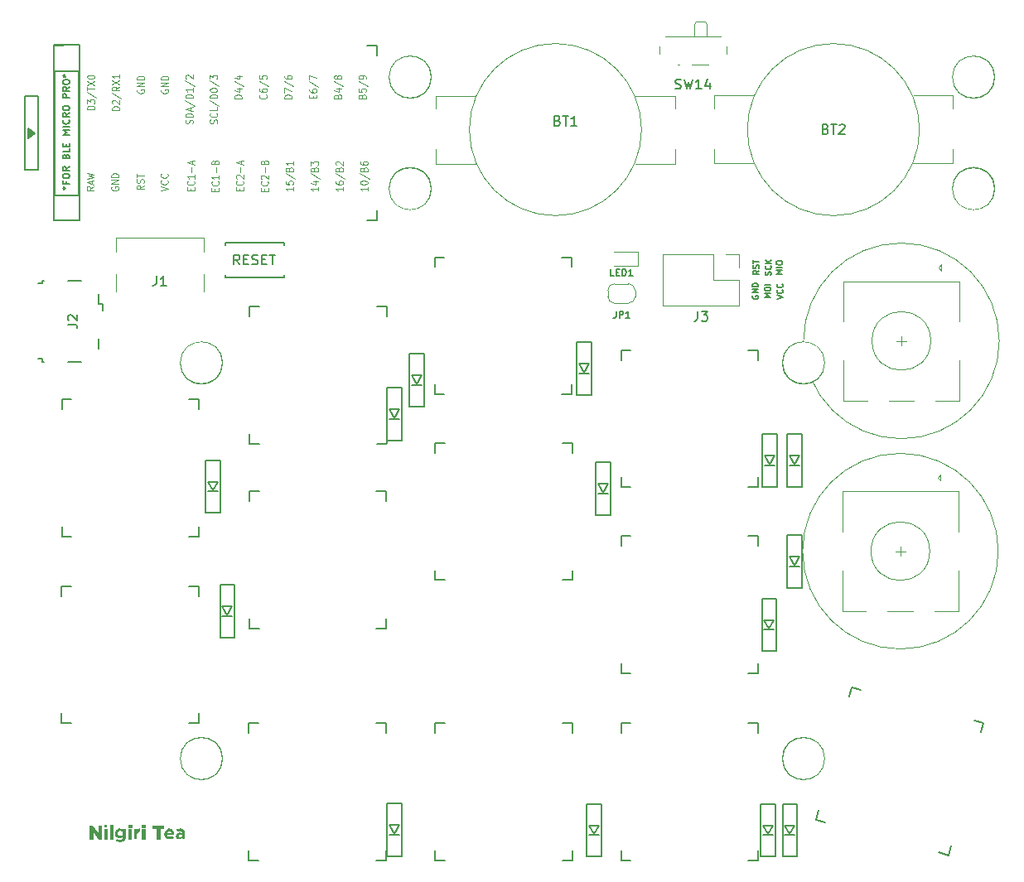
<source format=gto>
G04 #@! TF.GenerationSoftware,KiCad,Pcbnew,(5.1.4-0-10_14)*
G04 #@! TF.CreationDate,2019-10-30T04:12:40+09:00*
G04 #@! TF.ProjectId,nilgiri_hotswap,6e696c67-6972-4695-9f68-6f7473776170,rev?*
G04 #@! TF.SameCoordinates,Original*
G04 #@! TF.FileFunction,Legend,Top*
G04 #@! TF.FilePolarity,Positive*
%FSLAX46Y46*%
G04 Gerber Fmt 4.6, Leading zero omitted, Abs format (unit mm)*
G04 Created by KiCad (PCBNEW (5.1.4-0-10_14)) date 2019-10-30 04:12:40*
%MOMM*%
%LPD*%
G04 APERTURE LIST*
%ADD10C,0.120000*%
%ADD11C,0.200000*%
%ADD12C,0.150000*%
%ADD13C,0.100000*%
%ADD14C,0.010000*%
%ADD15C,0.400000*%
%ADD16C,0.125000*%
%ADD17R,3.102000X4.102000*%
%ADD18C,1.902000*%
%ADD19C,1.499000*%
%ADD20R,1.499000X1.499000*%
%ADD21C,3.602000*%
%ADD22C,4.089800*%
%ADD23C,1.852000*%
%ADD24C,1.052000*%
%ADD25O,1.002000X2.102000*%
%ADD26O,1.002000X1.802000*%
%ADD27R,0.402000X1.262000*%
%ADD28C,0.702000*%
%ADD29R,0.702000X1.262000*%
%ADD30C,4.202000*%
%ADD31C,1.702200*%
%ADD32R,1.102000X0.902000*%
%ADD33R,0.802000X1.602000*%
%ADD34C,1.002000*%
%ADD35R,1.402000X0.552000*%
%ADD36O,2.102000X1.552000*%
%ADD37O,1.902000X1.252000*%
%ADD38O,0.902000X0.902000*%
%ADD39C,2.102000*%
%ADD40R,2.102000X3.302000*%
%ADD41R,2.102000X2.102000*%
%ADD42O,1.802000X1.802000*%
%ADD43R,1.802000X1.802000*%
%ADD44C,0.500000*%
G04 APERTURE END LIST*
D10*
X184300000Y-90100000D02*
G75*
G03X184300000Y-90100000I-10000000J0D01*
G01*
X184400000Y-68600000D02*
G75*
G03X184400000Y-68600000I-10000000J0D01*
G01*
D11*
X90297000Y-41148000D02*
X90297000Y-53721000D01*
X87884000Y-41021000D02*
X90297000Y-41021000D01*
X90424000Y-56261000D02*
X87750000Y-56250000D01*
X87884000Y-41148000D02*
X87884000Y-53721000D01*
X90424000Y-38354000D02*
X90424000Y-56261000D01*
X87757000Y-38354000D02*
X90424000Y-38354000D01*
X87884000Y-53721000D02*
X90297000Y-53721000D01*
X87750000Y-56250000D02*
X87757000Y-38354000D01*
D12*
X88681766Y-52964633D02*
X88848433Y-52964633D01*
X88781766Y-53131300D02*
X88848433Y-52964633D01*
X88781766Y-52797966D01*
X88981766Y-53064633D02*
X88848433Y-52964633D01*
X88981766Y-52864633D01*
X89015100Y-52297966D02*
X89015100Y-52531300D01*
X89381766Y-52531300D02*
X88681766Y-52531300D01*
X88681766Y-52197966D01*
X88681766Y-51797966D02*
X88681766Y-51664633D01*
X88715100Y-51597966D01*
X88781766Y-51531300D01*
X88915100Y-51497966D01*
X89148433Y-51497966D01*
X89281766Y-51531300D01*
X89348433Y-51597966D01*
X89381766Y-51664633D01*
X89381766Y-51797966D01*
X89348433Y-51864633D01*
X89281766Y-51931300D01*
X89148433Y-51964633D01*
X88915100Y-51964633D01*
X88781766Y-51931300D01*
X88715100Y-51864633D01*
X88681766Y-51797966D01*
X89381766Y-50797966D02*
X89048433Y-51031300D01*
X89381766Y-51197966D02*
X88681766Y-51197966D01*
X88681766Y-50931300D01*
X88715100Y-50864633D01*
X88748433Y-50831300D01*
X88815100Y-50797966D01*
X88915100Y-50797966D01*
X88981766Y-50831300D01*
X89015100Y-50864633D01*
X89048433Y-50931300D01*
X89048433Y-51197966D01*
X89015100Y-49731300D02*
X89048433Y-49631300D01*
X89081766Y-49597966D01*
X89148433Y-49564633D01*
X89248433Y-49564633D01*
X89315100Y-49597966D01*
X89348433Y-49631300D01*
X89381766Y-49697966D01*
X89381766Y-49964633D01*
X88681766Y-49964633D01*
X88681766Y-49731300D01*
X88715100Y-49664633D01*
X88748433Y-49631300D01*
X88815100Y-49597966D01*
X88881766Y-49597966D01*
X88948433Y-49631300D01*
X88981766Y-49664633D01*
X89015100Y-49731300D01*
X89015100Y-49964633D01*
X89381766Y-48931300D02*
X89381766Y-49264633D01*
X88681766Y-49264633D01*
X89015100Y-48697966D02*
X89015100Y-48464633D01*
X89381766Y-48364633D02*
X89381766Y-48697966D01*
X88681766Y-48697966D01*
X88681766Y-48364633D01*
X89381766Y-47531300D02*
X88681766Y-47531300D01*
X89181766Y-47297966D01*
X88681766Y-47064633D01*
X89381766Y-47064633D01*
X89381766Y-46731300D02*
X88681766Y-46731300D01*
X89315100Y-45997966D02*
X89348433Y-46031300D01*
X89381766Y-46131300D01*
X89381766Y-46197966D01*
X89348433Y-46297966D01*
X89281766Y-46364633D01*
X89215100Y-46397966D01*
X89081766Y-46431300D01*
X88981766Y-46431300D01*
X88848433Y-46397966D01*
X88781766Y-46364633D01*
X88715100Y-46297966D01*
X88681766Y-46197966D01*
X88681766Y-46131300D01*
X88715100Y-46031300D01*
X88748433Y-45997966D01*
X89381766Y-45297966D02*
X89048433Y-45531300D01*
X89381766Y-45697966D02*
X88681766Y-45697966D01*
X88681766Y-45431300D01*
X88715100Y-45364633D01*
X88748433Y-45331300D01*
X88815100Y-45297966D01*
X88915100Y-45297966D01*
X88981766Y-45331300D01*
X89015100Y-45364633D01*
X89048433Y-45431300D01*
X89048433Y-45697966D01*
X88681766Y-44864633D02*
X88681766Y-44731300D01*
X88715100Y-44664633D01*
X88781766Y-44597966D01*
X88915100Y-44564633D01*
X89148433Y-44564633D01*
X89281766Y-44597966D01*
X89348433Y-44664633D01*
X89381766Y-44731300D01*
X89381766Y-44864633D01*
X89348433Y-44931300D01*
X89281766Y-44997966D01*
X89148433Y-45031300D01*
X88915100Y-45031300D01*
X88781766Y-44997966D01*
X88715100Y-44931300D01*
X88681766Y-44864633D01*
X89381766Y-43731300D02*
X88681766Y-43731300D01*
X88681766Y-43464633D01*
X88715100Y-43397966D01*
X88748433Y-43364633D01*
X88815100Y-43331300D01*
X88915100Y-43331300D01*
X88981766Y-43364633D01*
X89015100Y-43397966D01*
X89048433Y-43464633D01*
X89048433Y-43731300D01*
X89381766Y-42631300D02*
X89048433Y-42864633D01*
X89381766Y-43031300D02*
X88681766Y-43031300D01*
X88681766Y-42764633D01*
X88715100Y-42697966D01*
X88748433Y-42664633D01*
X88815100Y-42631300D01*
X88915100Y-42631300D01*
X88981766Y-42664633D01*
X89015100Y-42697966D01*
X89048433Y-42764633D01*
X89048433Y-43031300D01*
X88681766Y-42197966D02*
X88681766Y-42064633D01*
X88715100Y-41997966D01*
X88781766Y-41931300D01*
X88915100Y-41897966D01*
X89148433Y-41897966D01*
X89281766Y-41931300D01*
X89348433Y-41997966D01*
X89381766Y-42064633D01*
X89381766Y-42197966D01*
X89348433Y-42264633D01*
X89281766Y-42331300D01*
X89148433Y-42364633D01*
X88915100Y-42364633D01*
X88781766Y-42331300D01*
X88715100Y-42264633D01*
X88681766Y-42197966D01*
X88681766Y-41497966D02*
X88848433Y-41497966D01*
X88781766Y-41664633D02*
X88848433Y-41497966D01*
X88781766Y-41331300D01*
X88981766Y-41597966D02*
X88848433Y-41497966D01*
X88981766Y-41397966D01*
X159207200Y-63965228D02*
X159178628Y-64022371D01*
X159178628Y-64108086D01*
X159207200Y-64193800D01*
X159264342Y-64250943D01*
X159321485Y-64279514D01*
X159435771Y-64308086D01*
X159521485Y-64308086D01*
X159635771Y-64279514D01*
X159692914Y-64250943D01*
X159750057Y-64193800D01*
X159778628Y-64108086D01*
X159778628Y-64050943D01*
X159750057Y-63965228D01*
X159721485Y-63936657D01*
X159521485Y-63936657D01*
X159521485Y-64050943D01*
X159778628Y-63679514D02*
X159178628Y-63679514D01*
X159778628Y-63336657D01*
X159178628Y-63336657D01*
X159778628Y-63050943D02*
X159178628Y-63050943D01*
X159178628Y-62908086D01*
X159207200Y-62822371D01*
X159264342Y-62765228D01*
X159321485Y-62736657D01*
X159435771Y-62708086D01*
X159521485Y-62708086D01*
X159635771Y-62736657D01*
X159692914Y-62765228D01*
X159750057Y-62822371D01*
X159778628Y-62908086D01*
X159778628Y-63050943D01*
X161678628Y-64308085D02*
X162278628Y-64108085D01*
X161678628Y-63908085D01*
X162221485Y-63365227D02*
X162250057Y-63393799D01*
X162278628Y-63479513D01*
X162278628Y-63536656D01*
X162250057Y-63622370D01*
X162192914Y-63679513D01*
X162135771Y-63708085D01*
X162021485Y-63736656D01*
X161935771Y-63736656D01*
X161821485Y-63708085D01*
X161764342Y-63679513D01*
X161707200Y-63622370D01*
X161678628Y-63536656D01*
X161678628Y-63479513D01*
X161707200Y-63393799D01*
X161735771Y-63365227D01*
X162221485Y-62765227D02*
X162250057Y-62793799D01*
X162278628Y-62879513D01*
X162278628Y-62936656D01*
X162250057Y-63022370D01*
X162192914Y-63079513D01*
X162135771Y-63108085D01*
X162021485Y-63136656D01*
X161935771Y-63136656D01*
X161821485Y-63108085D01*
X161764342Y-63079513D01*
X161707200Y-63022370D01*
X161678628Y-62936656D01*
X161678628Y-62879513D01*
X161707200Y-62793799D01*
X161735771Y-62765227D01*
X161028628Y-64165227D02*
X160428628Y-64165227D01*
X160857200Y-63965227D01*
X160428628Y-63765227D01*
X161028628Y-63765227D01*
X160428628Y-63365227D02*
X160428628Y-63250942D01*
X160457200Y-63193799D01*
X160514342Y-63136656D01*
X160628628Y-63108085D01*
X160828628Y-63108085D01*
X160942914Y-63136656D01*
X161000057Y-63193799D01*
X161028628Y-63250942D01*
X161028628Y-63365227D01*
X161000057Y-63422370D01*
X160942914Y-63479513D01*
X160828628Y-63508085D01*
X160628628Y-63508085D01*
X160514342Y-63479513D01*
X160457200Y-63422370D01*
X160428628Y-63365227D01*
X161028628Y-62850942D02*
X160428628Y-62850942D01*
X162228628Y-61750941D02*
X161628628Y-61750941D01*
X162057200Y-61550941D01*
X161628628Y-61350941D01*
X162228628Y-61350941D01*
X162228628Y-61065227D02*
X161628628Y-61065227D01*
X161628628Y-60665227D02*
X161628628Y-60550941D01*
X161657200Y-60493799D01*
X161714342Y-60436656D01*
X161828628Y-60408084D01*
X162028628Y-60408084D01*
X162142914Y-60436656D01*
X162200057Y-60493799D01*
X162228628Y-60550941D01*
X162228628Y-60665227D01*
X162200057Y-60722370D01*
X162142914Y-60779513D01*
X162028628Y-60808084D01*
X161828628Y-60808084D01*
X161714342Y-60779513D01*
X161657200Y-60722370D01*
X161628628Y-60665227D01*
X161050057Y-61865228D02*
X161078628Y-61779514D01*
X161078628Y-61636657D01*
X161050057Y-61579514D01*
X161021485Y-61550942D01*
X160964342Y-61522371D01*
X160907200Y-61522371D01*
X160850057Y-61550942D01*
X160821485Y-61579514D01*
X160792914Y-61636657D01*
X160764342Y-61750942D01*
X160735771Y-61808085D01*
X160707200Y-61836657D01*
X160650057Y-61865228D01*
X160592914Y-61865228D01*
X160535771Y-61836657D01*
X160507200Y-61808085D01*
X160478628Y-61750942D01*
X160478628Y-61608085D01*
X160507200Y-61522371D01*
X161021485Y-60922371D02*
X161050057Y-60950942D01*
X161078628Y-61036657D01*
X161078628Y-61093800D01*
X161050057Y-61179514D01*
X160992914Y-61236657D01*
X160935771Y-61265228D01*
X160821485Y-61293800D01*
X160735771Y-61293800D01*
X160621485Y-61265228D01*
X160564342Y-61236657D01*
X160507200Y-61179514D01*
X160478628Y-61093800D01*
X160478628Y-61036657D01*
X160507200Y-60950942D01*
X160535771Y-60922371D01*
X161078628Y-60665228D02*
X160478628Y-60665228D01*
X161078628Y-60322371D02*
X160735771Y-60579514D01*
X160478628Y-60322371D02*
X160821485Y-60665228D01*
X159828628Y-61422371D02*
X159542914Y-61622371D01*
X159828628Y-61765228D02*
X159228628Y-61765228D01*
X159228628Y-61536657D01*
X159257200Y-61479514D01*
X159285771Y-61450942D01*
X159342914Y-61422371D01*
X159428628Y-61422371D01*
X159485771Y-61450942D01*
X159514342Y-61479514D01*
X159542914Y-61536657D01*
X159542914Y-61765228D01*
X159800057Y-61193800D02*
X159828628Y-61108085D01*
X159828628Y-60965228D01*
X159800057Y-60908085D01*
X159771485Y-60879514D01*
X159714342Y-60850942D01*
X159657200Y-60850942D01*
X159600057Y-60879514D01*
X159571485Y-60908085D01*
X159542914Y-60965228D01*
X159514342Y-61079514D01*
X159485771Y-61136657D01*
X159457200Y-61165228D01*
X159400057Y-61193800D01*
X159342914Y-61193800D01*
X159285771Y-61165228D01*
X159257200Y-61136657D01*
X159228628Y-61079514D01*
X159228628Y-60936657D01*
X159257200Y-60850942D01*
X159228628Y-60679514D02*
X159228628Y-60336657D01*
X159828628Y-60508085D02*
X159228628Y-60508085D01*
D10*
X176250001Y-47000000D02*
G75*
G03X176250001Y-47000000I-8796114J0D01*
G01*
X159250000Y-43450000D02*
X155250000Y-43450000D01*
X155250000Y-43450000D02*
X155250000Y-50450000D01*
X155250000Y-50450000D02*
X159250000Y-50450000D01*
X175600000Y-50450000D02*
X179650000Y-50450000D01*
X179650000Y-50450000D02*
X179650000Y-43450000D01*
X179650000Y-43450000D02*
X175650000Y-43450000D01*
D12*
X143141000Y-80993000D02*
X144641000Y-80993000D01*
X143141000Y-86393000D02*
X143141000Y-80993000D01*
X144641000Y-86393000D02*
X143141000Y-86393000D01*
X144641000Y-80993000D02*
X144641000Y-86393000D01*
X144391000Y-84193000D02*
X143391000Y-84193000D01*
X143391000Y-83193000D02*
X143891000Y-84093000D01*
X144391000Y-83193000D02*
X143391000Y-83193000D01*
X143891000Y-84093000D02*
X144391000Y-83193000D01*
D10*
X147842227Y-47000000D02*
G75*
G03X147842227Y-47000000I-8796114J0D01*
G01*
X147250000Y-50550000D02*
X151250000Y-50550000D01*
X151250000Y-50550000D02*
X151250000Y-43550000D01*
X151250000Y-43550000D02*
X147250000Y-43550000D01*
X130900000Y-43550000D02*
X126850000Y-43550000D01*
X126850000Y-43550000D02*
X126850000Y-50550000D01*
X126850000Y-50550000D02*
X130850000Y-50550000D01*
D12*
X101600000Y-74600000D02*
X102600000Y-74600000D01*
X102600000Y-74600000D02*
X102600000Y-75600000D01*
X101600000Y-88600000D02*
X102600000Y-88600000D01*
X102600000Y-88600000D02*
X102600000Y-87600000D01*
X88600000Y-87600000D02*
X88600000Y-88600000D01*
X88600000Y-88600000D02*
X89600000Y-88600000D01*
X89600000Y-74600000D02*
X88600000Y-74600000D01*
X88600000Y-74600000D02*
X88600000Y-75600000D01*
X120800000Y-65100000D02*
X121800000Y-65100000D01*
X121800000Y-65100000D02*
X121800000Y-66100000D01*
X120800000Y-79100000D02*
X121800000Y-79100000D01*
X121800000Y-79100000D02*
X121800000Y-78100000D01*
X107800000Y-78100000D02*
X107800000Y-79100000D01*
X107800000Y-79100000D02*
X108800000Y-79100000D01*
X108800000Y-65100000D02*
X107800000Y-65100000D01*
X107800000Y-65100000D02*
X107800000Y-66100000D01*
D10*
X147456000Y-59463000D02*
X144996000Y-59463000D01*
X147456000Y-60933000D02*
X147456000Y-59463000D01*
X144996000Y-60933000D02*
X147456000Y-60933000D01*
D12*
X120700000Y-107700000D02*
X121700000Y-107700000D01*
X121700000Y-107700000D02*
X121700000Y-108700000D01*
X120700000Y-121700000D02*
X121700000Y-121700000D01*
X121700000Y-121700000D02*
X121700000Y-120700000D01*
X107700000Y-120700000D02*
X107700000Y-121700000D01*
X107700000Y-121700000D02*
X108700000Y-121700000D01*
X108700000Y-107700000D02*
X107700000Y-107700000D01*
X107700000Y-107700000D02*
X107700000Y-108700000D01*
X111305600Y-58575000D02*
X111305600Y-58825000D01*
X105305600Y-58575000D02*
X111305600Y-58575000D01*
X105305600Y-58575000D02*
X105305600Y-58825000D01*
X105305600Y-62075000D02*
X105305600Y-61825000D01*
X111305600Y-62075000D02*
X111305600Y-61825000D01*
X105305600Y-62075000D02*
X111305600Y-62075000D01*
X139750000Y-79050000D02*
X140750000Y-79050000D01*
X140750000Y-79050000D02*
X140750000Y-80050000D01*
X139750000Y-93050000D02*
X140750000Y-93050000D01*
X140750000Y-93050000D02*
X140750000Y-92050000D01*
X126750000Y-92050000D02*
X126750000Y-93050000D01*
X126750000Y-93050000D02*
X127750000Y-93050000D01*
X127750000Y-79050000D02*
X126750000Y-79050000D01*
X126750000Y-79050000D02*
X126750000Y-80050000D01*
X181857288Y-107391433D02*
X182823214Y-107650253D01*
X182823214Y-107650253D02*
X182564395Y-108616178D01*
X178233822Y-120914395D02*
X179199747Y-121173214D01*
X179199747Y-121173214D02*
X179458567Y-120207288D01*
X165935605Y-116583822D02*
X165676786Y-117549747D01*
X165676786Y-117549747D02*
X166642712Y-117808567D01*
X170266178Y-104285605D02*
X169300253Y-104026786D01*
X169300253Y-104026786D02*
X169041433Y-104992712D01*
X158750000Y-88550000D02*
X159750000Y-88550000D01*
X159750000Y-88550000D02*
X159750000Y-89550000D01*
X158750000Y-102550000D02*
X159750000Y-102550000D01*
X159750000Y-102550000D02*
X159750000Y-101550000D01*
X145750000Y-101550000D02*
X145750000Y-102550000D01*
X145750000Y-102550000D02*
X146750000Y-102550000D01*
X146750000Y-88550000D02*
X145750000Y-88550000D01*
X145750000Y-88550000D02*
X145750000Y-89550000D01*
X158750000Y-69550000D02*
X159750000Y-69550000D01*
X159750000Y-69550000D02*
X159750000Y-70550000D01*
X158750000Y-83550000D02*
X159750000Y-83550000D01*
X159750000Y-83550000D02*
X159750000Y-82550000D01*
X145750000Y-82550000D02*
X145750000Y-83550000D01*
X145750000Y-83550000D02*
X146750000Y-83550000D01*
X146750000Y-69550000D02*
X145750000Y-69550000D01*
X145750000Y-69550000D02*
X145750000Y-70550000D01*
X158750000Y-107700000D02*
X159750000Y-107700000D01*
X159750000Y-107700000D02*
X159750000Y-108700000D01*
X158750000Y-121700000D02*
X159750000Y-121700000D01*
X159750000Y-121700000D02*
X159750000Y-120700000D01*
X145750000Y-120700000D02*
X145750000Y-121700000D01*
X145750000Y-121700000D02*
X146750000Y-121700000D01*
X146750000Y-107700000D02*
X145750000Y-107700000D01*
X145750000Y-107700000D02*
X145750000Y-108700000D01*
X139700000Y-60050000D02*
X140700000Y-60050000D01*
X140700000Y-60050000D02*
X140700000Y-61050000D01*
X139700000Y-74050000D02*
X140700000Y-74050000D01*
X140700000Y-74050000D02*
X140700000Y-73050000D01*
X126700000Y-73050000D02*
X126700000Y-74050000D01*
X126700000Y-74050000D02*
X127700000Y-74050000D01*
X127700000Y-60050000D02*
X126700000Y-60050000D01*
X126700000Y-60050000D02*
X126700000Y-61050000D01*
X139750000Y-107700000D02*
X140750000Y-107700000D01*
X140750000Y-107700000D02*
X140750000Y-108700000D01*
X139750000Y-121700000D02*
X140750000Y-121700000D01*
X140750000Y-121700000D02*
X140750000Y-120700000D01*
X126750000Y-120700000D02*
X126750000Y-121700000D01*
X126750000Y-121700000D02*
X127750000Y-121700000D01*
X127750000Y-107700000D02*
X126750000Y-107700000D01*
X126750000Y-107700000D02*
X126750000Y-108700000D01*
X120750000Y-84000000D02*
X121750000Y-84000000D01*
X121750000Y-84000000D02*
X121750000Y-85000000D01*
X120750000Y-98000000D02*
X121750000Y-98000000D01*
X121750000Y-98000000D02*
X121750000Y-97000000D01*
X107750000Y-97000000D02*
X107750000Y-98000000D01*
X107750000Y-98000000D02*
X108750000Y-98000000D01*
X108750000Y-84000000D02*
X107750000Y-84000000D01*
X107750000Y-84000000D02*
X107750000Y-85000000D01*
X101560000Y-93680000D02*
X102560000Y-93680000D01*
X102560000Y-93680000D02*
X102560000Y-94680000D01*
X101560000Y-107680000D02*
X102560000Y-107680000D01*
X102560000Y-107680000D02*
X102560000Y-106680000D01*
X88560000Y-106680000D02*
X88560000Y-107680000D01*
X88560000Y-107680000D02*
X89560000Y-107680000D01*
X89560000Y-93680000D02*
X88560000Y-93680000D01*
X88560000Y-93680000D02*
X88560000Y-94680000D01*
D13*
G36*
X100925000Y-119079000D02*
G01*
X100919835Y-119508616D01*
X101205000Y-119509000D01*
X101205000Y-118879000D01*
X101195000Y-118799000D01*
X101175000Y-118709000D01*
X101145000Y-118639000D01*
X101085000Y-118569000D01*
X101025000Y-118529000D01*
X100945000Y-118489000D01*
X100865000Y-118469000D01*
X100785000Y-118459000D01*
X100741896Y-118461135D01*
X100595000Y-118469000D01*
X100455000Y-118499000D01*
X100340025Y-118544334D01*
X100413406Y-118768437D01*
X100475000Y-118749000D01*
X100585000Y-118719000D01*
X100699521Y-118712455D01*
X100785000Y-118719000D01*
X100865000Y-118759000D01*
X100905000Y-118809000D01*
X100915000Y-118849000D01*
X100925000Y-118929000D01*
X100925000Y-119079000D01*
G37*
G36*
X100919835Y-119396478D02*
G01*
X100875000Y-119439000D01*
X100775000Y-119499000D01*
X100645000Y-119529000D01*
X100585000Y-119529000D01*
X100495000Y-119519000D01*
X100415000Y-119489000D01*
X100355000Y-119449000D01*
X100305000Y-119389000D01*
X100265000Y-119319000D01*
X100255000Y-119229000D01*
X100255000Y-119169000D01*
X100275000Y-119069000D01*
X100325000Y-118989000D01*
X100395000Y-118939000D01*
X100465000Y-118909000D01*
X100525000Y-118889000D01*
X100605000Y-118879000D01*
X100668515Y-118876613D01*
X100755000Y-118879000D01*
X100855000Y-118899000D01*
X100921730Y-118919160D01*
X100975000Y-118949000D01*
X100995000Y-119119000D01*
X100925519Y-119091243D01*
X100835000Y-119059000D01*
X100738106Y-119052486D01*
X100665000Y-119059000D01*
X100605000Y-119079000D01*
X100555000Y-119119000D01*
X100535000Y-119179000D01*
X100535000Y-119209000D01*
X100555000Y-119269000D01*
X100585000Y-119299000D01*
X100635000Y-119319000D01*
X100695559Y-119324993D01*
X100765000Y-119319000D01*
X100805000Y-119309000D01*
X100845000Y-119289000D01*
X100865000Y-119269000D01*
X100905000Y-119229000D01*
X100925000Y-119169000D01*
X100925519Y-119143436D01*
X100995000Y-119159000D01*
X100995000Y-119399000D01*
X100919835Y-119396478D01*
G37*
G36*
X99785000Y-118809000D02*
G01*
X99795000Y-118839000D01*
X99815000Y-118919000D01*
X99995000Y-118659000D01*
X99975000Y-118629000D01*
X99785000Y-118809000D01*
G37*
G36*
X99590889Y-118453556D02*
G01*
X99505000Y-118459000D01*
X99415000Y-118479000D01*
X99285000Y-118549000D01*
X99195000Y-118639000D01*
X99135000Y-118739000D01*
X99095000Y-118839000D01*
X99078776Y-118996503D01*
X99085000Y-119099000D01*
X99115000Y-119209000D01*
X99155000Y-119289000D01*
X99225000Y-119379000D01*
X99315000Y-119449000D01*
X99425000Y-119499000D01*
X99535000Y-119529000D01*
X99619828Y-119531871D01*
X99755000Y-119519000D01*
X99855000Y-119489000D01*
X99955000Y-119429000D01*
X100043058Y-119338601D01*
X99874937Y-119189773D01*
X99785000Y-119259000D01*
X99705000Y-119289000D01*
X99623790Y-119296054D01*
X99545000Y-119289000D01*
X99465000Y-119249000D01*
X99415000Y-119199000D01*
X99385000Y-119139000D01*
X99370575Y-119093138D01*
X100091462Y-119093138D01*
X100095000Y-119009000D01*
X100085000Y-118879000D01*
X100065000Y-118789000D01*
X99995000Y-118649000D01*
X99809308Y-118909514D01*
X99366786Y-118909514D01*
X99395000Y-118819000D01*
X99435000Y-118759000D01*
X99485000Y-118719000D01*
X99525000Y-118699000D01*
X99590889Y-118689200D01*
X99665000Y-118699000D01*
X99735000Y-118739000D01*
X99785000Y-118809000D01*
X99985000Y-118639000D01*
X99935000Y-118579000D01*
X99855000Y-118519000D01*
X99785000Y-118489000D01*
X99725000Y-118469000D01*
X99645000Y-118459000D01*
X99590889Y-118453556D01*
G37*
G36*
X97881670Y-118430301D02*
G01*
X97881670Y-118155900D01*
X99002531Y-118155900D01*
X99002531Y-118430301D01*
X97881670Y-118430301D01*
G37*
G36*
X98293359Y-118430301D02*
G01*
X98591015Y-118430301D01*
X98591015Y-119508616D01*
X98293359Y-119508616D01*
X98293359Y-118430301D01*
G37*
G36*
X96285000Y-118649000D02*
G01*
X96305000Y-118609000D01*
X96355000Y-118539000D01*
X96415000Y-118499000D01*
X96465000Y-118469000D01*
X96535000Y-118459000D01*
X96605000Y-118459000D01*
X96601644Y-118760686D01*
X96545000Y-118759000D01*
X96465000Y-118779000D01*
X96385000Y-118819000D01*
X96315000Y-118899000D01*
X96285000Y-118999000D01*
X96275000Y-119099000D01*
X96271087Y-119508616D01*
X95977393Y-119508616D01*
X95977393Y-118472848D01*
X96271087Y-118472848D01*
X96275000Y-118669000D01*
X96285000Y-118649000D01*
G37*
D14*
X96798187Y-118472848D02*
X97092053Y-118472848D01*
X97092053Y-118472848D02*
X97092053Y-119508616D01*
X97092053Y-119508616D02*
X96798187Y-119508616D01*
X96798187Y-119508616D02*
X96798187Y-118472848D01*
D13*
G36*
X96790608Y-118097850D02*
G01*
X97099805Y-118097850D01*
X97099805Y-118358816D01*
X96790608Y-118358816D01*
X96790608Y-118097850D01*
G37*
G36*
X96798187Y-118472848D02*
G01*
X97092053Y-118472848D01*
X97092053Y-119508616D01*
X96798187Y-119508616D01*
X96798187Y-118472848D01*
G37*
D14*
X95407574Y-118472848D02*
X95701440Y-118472848D01*
X95701440Y-118472848D02*
X95701440Y-119508616D01*
X95701440Y-119508616D02*
X95407574Y-119508616D01*
X95407574Y-119508616D02*
X95407574Y-118472848D01*
D13*
G36*
X95399995Y-118097850D02*
G01*
X95709192Y-118097850D01*
X95709192Y-118358816D01*
X95399995Y-118358816D01*
X95399995Y-118097850D01*
G37*
G36*
X95407574Y-118472848D02*
G01*
X95701440Y-118472848D01*
X95701440Y-119508616D01*
X95407574Y-119508616D01*
X95407574Y-118472848D01*
G37*
G36*
X94055000Y-119039000D02*
G01*
X94065000Y-119099000D01*
X94085000Y-119159000D01*
X94125000Y-119229000D01*
X94165000Y-119279000D01*
X94215000Y-119329000D01*
X94265000Y-119359000D01*
X94345000Y-119399000D01*
X94445000Y-119419000D01*
X94504098Y-119423522D01*
X94575000Y-119419000D01*
X94655000Y-119399000D01*
X94735000Y-119359000D01*
X94785000Y-119319000D01*
X94855000Y-119249000D01*
X94825000Y-119039000D01*
X94775000Y-119109000D01*
X94715000Y-119149000D01*
X94665000Y-119169000D01*
X94605000Y-119179000D01*
X94505000Y-119169000D01*
X94425000Y-119129000D01*
X94375000Y-119069000D01*
X94345000Y-119019000D01*
X94335000Y-118979000D01*
X94055000Y-119039000D01*
G37*
G36*
X94845000Y-118939000D02*
G01*
X94835000Y-118859000D01*
X94795000Y-118789000D01*
X94745000Y-118739000D01*
X94685000Y-118709000D01*
X94625000Y-118699000D01*
X94589020Y-118696952D01*
X94505000Y-118709000D01*
X94435000Y-118739000D01*
X94395000Y-118779000D01*
X94365000Y-118829000D01*
X94345000Y-118879000D01*
X94337872Y-118940520D01*
X94345000Y-118989000D01*
X94055000Y-119039000D01*
X94045000Y-118979000D01*
X94044178Y-118940520D01*
X94045000Y-118869000D01*
X94065000Y-118779000D01*
X94105000Y-118679000D01*
X94165000Y-118599000D01*
X94215000Y-118549000D01*
X94275000Y-118509000D01*
X94345000Y-118479000D01*
X94425000Y-118459000D01*
X94504098Y-118453556D01*
X94585000Y-118459000D01*
X94635000Y-118469000D01*
X94705000Y-118499000D01*
X94755000Y-118529000D01*
X94815000Y-118579000D01*
X94845000Y-118609000D01*
X94845000Y-118469000D01*
X95135000Y-118469000D01*
X95135000Y-119289000D01*
X95125000Y-119419000D01*
X95105000Y-119519000D01*
X95085000Y-119569000D01*
X95065000Y-119599000D01*
X95025000Y-119669000D01*
X94955000Y-119729000D01*
X94915000Y-119749000D01*
X94855000Y-119779000D01*
X94795000Y-119799000D01*
X94735000Y-119809000D01*
X94645000Y-119819000D01*
X94554224Y-119821603D01*
X94475000Y-119819000D01*
X94385000Y-119809000D01*
X94315000Y-119799000D01*
X94215000Y-119769000D01*
X94145000Y-119739000D01*
X94096371Y-119713427D01*
X94196795Y-119493113D01*
X94265000Y-119529000D01*
X94315000Y-119549000D01*
X94385000Y-119569000D01*
X94445000Y-119579000D01*
X94546645Y-119587853D01*
X94645000Y-119579000D01*
X94705000Y-119559000D01*
X94765000Y-119519000D01*
X94805000Y-119469000D01*
X94825000Y-119419000D01*
X94845000Y-119339000D01*
X94842234Y-119255402D01*
X94815000Y-119059000D01*
X94835000Y-119009000D01*
X94845000Y-118939000D01*
G37*
G36*
X93520696Y-119508616D02*
G01*
X93814562Y-119508616D01*
X93814562Y-118097850D01*
X93520696Y-118097850D01*
X93520696Y-119508616D01*
G37*
G36*
X92937441Y-118472848D02*
G01*
X93231307Y-118472848D01*
X93231307Y-119508616D01*
X92937441Y-119508616D01*
X92937441Y-118472848D01*
G37*
G36*
X92929862Y-118097850D02*
G01*
X93239059Y-118097850D01*
X93239059Y-118358816D01*
X92929862Y-118358816D01*
X92929862Y-118097850D01*
G37*
G36*
X91429006Y-118155900D02*
G01*
X91703408Y-118155900D01*
X92337305Y-118988751D01*
X92337305Y-118155900D01*
X92631000Y-118155900D01*
X92631000Y-119508616D01*
X92377957Y-119508616D01*
X91722872Y-118648720D01*
X91722872Y-119508616D01*
X91429006Y-119508616D01*
X91429006Y-118155900D01*
G37*
D14*
X98293359Y-119508616D02*
X98293359Y-118430301D01*
X98591015Y-119508616D02*
X98293359Y-119508616D01*
X98591015Y-118430301D02*
X98591015Y-119508616D01*
X99002531Y-118430301D02*
X98591015Y-118430301D01*
X99002531Y-118155900D02*
X99002531Y-118430301D01*
X97881670Y-118155900D02*
X99002531Y-118155900D01*
X97881670Y-118430301D02*
X97881670Y-118155900D01*
X98293359Y-118430301D02*
X97881670Y-118430301D01*
X96798187Y-119508616D02*
X96798187Y-118472848D01*
X97092054Y-119508616D02*
X96798187Y-119508616D01*
X97092054Y-118472848D02*
X97092054Y-119508616D01*
X96798187Y-118472848D02*
X97092054Y-118472848D01*
X96790608Y-118358816D02*
X96790608Y-118097850D01*
X97099805Y-118358816D02*
X96790608Y-118358816D01*
X97099805Y-118097850D02*
X97099805Y-118358816D01*
X96790608Y-118097850D02*
X97099805Y-118097850D01*
X91429006Y-119508616D02*
X91429006Y-118155900D01*
X92337305Y-118155900D02*
X92631000Y-118155900D01*
X91703408Y-118155900D02*
X92337305Y-118988751D01*
X91429006Y-118155900D02*
X91703408Y-118155900D01*
X95701441Y-118472848D02*
X95701441Y-119508616D01*
X95407574Y-118472848D02*
X95701441Y-118472848D01*
X95399995Y-118358816D02*
X95399995Y-118097850D01*
X95709192Y-118358816D02*
X95399995Y-118358816D01*
X95709192Y-118097850D02*
X95709192Y-118358816D01*
X95399995Y-118097850D02*
X95709192Y-118097850D01*
X93520696Y-119508616D02*
X93520696Y-118097850D01*
X93814562Y-119508616D02*
X93520696Y-119508616D01*
X93814562Y-118097850D02*
X93814562Y-119508616D01*
X93520696Y-118097850D02*
X93814562Y-118097850D01*
X92937441Y-119508616D02*
X92937441Y-118472848D01*
X93231307Y-119508616D02*
X92937441Y-119508616D01*
X93231307Y-118472848D02*
X93231307Y-119508616D01*
X92937441Y-118472848D02*
X93231307Y-118472848D01*
X91722872Y-119508616D02*
X91429006Y-119508616D01*
X91722872Y-118648720D02*
X91722872Y-119508616D01*
X95407574Y-119508616D02*
X95407574Y-118472848D01*
X95701441Y-119508616D02*
X95407574Y-119508616D01*
X92631000Y-119508616D02*
X92377957Y-119508616D01*
X92337305Y-118988751D02*
X92337305Y-118155900D01*
X92377957Y-119508616D02*
X91722872Y-118648720D01*
X92631000Y-118155900D02*
X92631000Y-119508616D01*
D10*
X94132800Y-58025000D02*
X103072800Y-58025000D01*
X94132800Y-63535000D02*
X94132800Y-61735000D01*
X94132800Y-58025000D02*
X94132800Y-59485000D01*
X103072800Y-58025000D02*
X103072800Y-59485000D01*
X103072800Y-63535000D02*
X103072800Y-61735000D01*
D15*
X183784000Y-41640000D02*
G75*
G03X183784000Y-41640000I-2000000J0D01*
G01*
X183784000Y-53020000D02*
G75*
G03X183784000Y-53020000I-2000000J0D01*
G01*
X126206000Y-41640000D02*
G75*
G03X126206000Y-41640000I-2000000J0D01*
G01*
X126206000Y-53020000D02*
G75*
G03X126206000Y-53020000I-2000000J0D01*
G01*
D12*
X85650000Y-47500000D02*
X85650000Y-47200000D01*
X85500000Y-47600000D02*
X85500000Y-47100000D01*
X85350000Y-47700000D02*
X85350000Y-47000000D01*
X85850000Y-47350000D02*
X85200000Y-47850000D01*
X85200000Y-46850000D02*
X85850000Y-47350000D01*
X85200000Y-47850000D02*
X85200000Y-46850000D01*
X84850000Y-43600000D02*
X84850000Y-51100000D01*
X86150000Y-43600000D02*
X84850000Y-43600000D01*
X86150000Y-51100000D02*
X86150000Y-43600000D01*
X84850000Y-51100000D02*
X86150000Y-51100000D01*
X87750000Y-56250000D02*
X88750000Y-56250000D01*
X87750000Y-38450000D02*
X88750000Y-38450000D01*
X87750000Y-56250000D02*
X87750000Y-55250000D01*
X87750000Y-38450000D02*
X87750000Y-39400000D01*
X119750000Y-56250000D02*
X120800000Y-56250000D01*
X119800000Y-38450000D02*
X120800000Y-38450000D01*
X120800000Y-56250000D02*
X120800000Y-55250000D01*
X120800000Y-38450000D02*
X120800000Y-39460000D01*
D10*
X149650000Y-38480000D02*
X149650000Y-39270000D01*
X156550000Y-39270000D02*
X156550000Y-38480000D01*
X154700000Y-40320000D02*
X153000000Y-40320000D01*
X155950000Y-37470000D02*
X150250000Y-37470000D01*
X153200000Y-36180000D02*
X153200000Y-37470000D01*
X154300000Y-35970000D02*
X153400000Y-35970000D01*
X154500000Y-37470000D02*
X154500000Y-36180000D01*
X153200000Y-36180000D02*
X153400000Y-35970000D01*
X154500000Y-36180000D02*
X154300000Y-35970000D01*
X151700000Y-40320000D02*
X151500000Y-40320000D01*
D15*
X166388800Y-111302800D02*
G75*
G03X166388800Y-111302800I-2000000J0D01*
G01*
X166388800Y-70866000D02*
G75*
G03X166388800Y-70866000I-2000000J0D01*
G01*
X104870000Y-111302800D02*
G75*
G03X104870000Y-111302800I-2000000J0D01*
G01*
X104870000Y-70866000D02*
G75*
G03X104870000Y-70866000I-2000000J0D01*
G01*
D12*
X90591400Y-62448800D02*
X89191400Y-62448800D01*
X86791400Y-62448800D02*
X86641400Y-62448800D01*
X86641400Y-62448800D02*
X86641400Y-62748800D01*
X86641400Y-62748800D02*
X86191400Y-62748800D01*
X86191400Y-70448800D02*
X86641400Y-70448800D01*
X86641400Y-70448800D02*
X86641400Y-70748800D01*
X86641400Y-70748800D02*
X86791400Y-70748800D01*
X89191400Y-70748800D02*
X90591400Y-70748800D01*
X92766400Y-65523800D02*
X92766400Y-64798800D01*
X92766400Y-64798800D02*
X92341400Y-64798800D01*
X92341400Y-64798800D02*
X92341400Y-63798800D01*
X92341400Y-68398800D02*
X92341400Y-69398800D01*
D10*
X174400000Y-68100000D02*
X174400000Y-69100000D01*
X174900000Y-68600000D02*
X173900000Y-68600000D01*
X170900000Y-74700000D02*
X168500000Y-74700000D01*
X175700000Y-74700000D02*
X173100000Y-74700000D01*
X180300000Y-74700000D02*
X177900000Y-74700000D01*
X178500000Y-61400000D02*
X178200000Y-61100000D01*
X178500000Y-60800000D02*
X178500000Y-61400000D01*
X178200000Y-61100000D02*
X178500000Y-60800000D01*
X180300000Y-62500000D02*
X168500000Y-62500000D01*
X180300000Y-66600000D02*
X180300000Y-62500000D01*
X168500000Y-66600000D02*
X168500000Y-62500000D01*
X168500000Y-74700000D02*
X168500000Y-70600000D01*
X180300000Y-70600000D02*
X180300000Y-74700000D01*
X177400000Y-68600000D02*
G75*
G03X177400000Y-68600000I-3000000J0D01*
G01*
X174300000Y-89600000D02*
X174300000Y-90600000D01*
X174800000Y-90100000D02*
X173800000Y-90100000D01*
X170800000Y-96200000D02*
X168400000Y-96200000D01*
X175600000Y-96200000D02*
X173000000Y-96200000D01*
X180200000Y-96200000D02*
X177800000Y-96200000D01*
X178400000Y-82900000D02*
X178100000Y-82600000D01*
X178400000Y-82300000D02*
X178400000Y-82900000D01*
X178100000Y-82600000D02*
X178400000Y-82300000D01*
X180200000Y-84000000D02*
X168400000Y-84000000D01*
X180200000Y-88100000D02*
X180200000Y-84000000D01*
X168400000Y-88100000D02*
X168400000Y-84000000D01*
X168400000Y-96200000D02*
X168400000Y-92100000D01*
X180200000Y-92100000D02*
X180200000Y-96200000D01*
X177300000Y-90100000D02*
G75*
G03X177300000Y-90100000I-3000000J0D01*
G01*
D12*
X124091000Y-69944000D02*
X125591000Y-69944000D01*
X124091000Y-75344000D02*
X124091000Y-69944000D01*
X125591000Y-75344000D02*
X124091000Y-75344000D01*
X125591000Y-69944000D02*
X125591000Y-75344000D01*
X125341000Y-73144000D02*
X124341000Y-73144000D01*
X124341000Y-72144000D02*
X124841000Y-73044000D01*
X125341000Y-72144000D02*
X124341000Y-72144000D01*
X124841000Y-73044000D02*
X125341000Y-72144000D01*
X162250000Y-115925000D02*
X163750000Y-115925000D01*
X162250000Y-121325000D02*
X162250000Y-115925000D01*
X163750000Y-121325000D02*
X162250000Y-121325000D01*
X163750000Y-115925000D02*
X163750000Y-121325000D01*
X163500000Y-119125000D02*
X162500000Y-119125000D01*
X162500000Y-118125000D02*
X163000000Y-119025000D01*
X163500000Y-118125000D02*
X162500000Y-118125000D01*
X163000000Y-119025000D02*
X163500000Y-118125000D01*
X160133600Y-94940600D02*
X161633600Y-94940600D01*
X160133600Y-100340600D02*
X160133600Y-94940600D01*
X161633600Y-100340600D02*
X160133600Y-100340600D01*
X161633600Y-94940600D02*
X161633600Y-100340600D01*
X161383600Y-98140600D02*
X160383600Y-98140600D01*
X160383600Y-97140600D02*
X160883600Y-98040600D01*
X161383600Y-97140600D02*
X160383600Y-97140600D01*
X160883600Y-98040600D02*
X161383600Y-97140600D01*
X160200000Y-78150000D02*
X161700000Y-78150000D01*
X160200000Y-83550000D02*
X160200000Y-78150000D01*
X161700000Y-83550000D02*
X160200000Y-83550000D01*
X161700000Y-78150000D02*
X161700000Y-83550000D01*
X161450000Y-81350000D02*
X160450000Y-81350000D01*
X160450000Y-80350000D02*
X160950000Y-81250000D01*
X161450000Y-80350000D02*
X160450000Y-80350000D01*
X160950000Y-81250000D02*
X161450000Y-80350000D01*
X160000000Y-115925000D02*
X161500000Y-115925000D01*
X160000000Y-121325000D02*
X160000000Y-115925000D01*
X161500000Y-121325000D02*
X160000000Y-121325000D01*
X161500000Y-115925000D02*
X161500000Y-121325000D01*
X161250000Y-119125000D02*
X160250000Y-119125000D01*
X160250000Y-118125000D02*
X160750000Y-119025000D01*
X161250000Y-118125000D02*
X160250000Y-118125000D01*
X160750000Y-119025000D02*
X161250000Y-118125000D01*
X141200000Y-68750000D02*
X142700000Y-68750000D01*
X141200000Y-74150000D02*
X141200000Y-68750000D01*
X142700000Y-74150000D02*
X141200000Y-74150000D01*
X142700000Y-68750000D02*
X142700000Y-74150000D01*
X142450000Y-71950000D02*
X141450000Y-71950000D01*
X141450000Y-70950000D02*
X141950000Y-71850000D01*
X142450000Y-70950000D02*
X141450000Y-70950000D01*
X141950000Y-71850000D02*
X142450000Y-70950000D01*
X162700000Y-88450000D02*
X164200000Y-88450000D01*
X162700000Y-93850000D02*
X162700000Y-88450000D01*
X164200000Y-93850000D02*
X162700000Y-93850000D01*
X164200000Y-88450000D02*
X164200000Y-93850000D01*
X163950000Y-91650000D02*
X162950000Y-91650000D01*
X162950000Y-90650000D02*
X163450000Y-91550000D01*
X163950000Y-90650000D02*
X162950000Y-90650000D01*
X163450000Y-91550000D02*
X163950000Y-90650000D01*
X142252000Y-115925000D02*
X143752000Y-115925000D01*
X142252000Y-121325000D02*
X142252000Y-115925000D01*
X143752000Y-121325000D02*
X142252000Y-121325000D01*
X143752000Y-115925000D02*
X143752000Y-121325000D01*
X143502000Y-119125000D02*
X142502000Y-119125000D01*
X142502000Y-118125000D02*
X143002000Y-119025000D01*
X143502000Y-118125000D02*
X142502000Y-118125000D01*
X143002000Y-119025000D02*
X143502000Y-118125000D01*
X121805000Y-73373000D02*
X123305000Y-73373000D01*
X121805000Y-78773000D02*
X121805000Y-73373000D01*
X123305000Y-78773000D02*
X121805000Y-78773000D01*
X123305000Y-73373000D02*
X123305000Y-78773000D01*
X123055000Y-76573000D02*
X122055000Y-76573000D01*
X122055000Y-75573000D02*
X122555000Y-76473000D01*
X123055000Y-75573000D02*
X122055000Y-75573000D01*
X122555000Y-76473000D02*
X123055000Y-75573000D01*
X162750000Y-78150000D02*
X164250000Y-78150000D01*
X162750000Y-83550000D02*
X162750000Y-78150000D01*
X164250000Y-83550000D02*
X162750000Y-83550000D01*
X164250000Y-78150000D02*
X164250000Y-83550000D01*
X164000000Y-81350000D02*
X163000000Y-81350000D01*
X163000000Y-80350000D02*
X163500000Y-81250000D01*
X164000000Y-80350000D02*
X163000000Y-80350000D01*
X163500000Y-81250000D02*
X164000000Y-80350000D01*
X121805000Y-115918000D02*
X123305000Y-115918000D01*
X121805000Y-121318000D02*
X121805000Y-115918000D01*
X123305000Y-121318000D02*
X121805000Y-121318000D01*
X123305000Y-115918000D02*
X123305000Y-121318000D01*
X123055000Y-119118000D02*
X122055000Y-119118000D01*
X122055000Y-118118000D02*
X122555000Y-119018000D01*
X123055000Y-118118000D02*
X122055000Y-118118000D01*
X122555000Y-119018000D02*
X123055000Y-118118000D01*
X104761600Y-93525000D02*
X106261600Y-93525000D01*
X104761600Y-98925000D02*
X104761600Y-93525000D01*
X106261600Y-98925000D02*
X104761600Y-98925000D01*
X106261600Y-93525000D02*
X106261600Y-98925000D01*
X106011600Y-96725000D02*
X105011600Y-96725000D01*
X105011600Y-95725000D02*
X105511600Y-96625000D01*
X106011600Y-95725000D02*
X105011600Y-95725000D01*
X105511600Y-96625000D02*
X106011600Y-95725000D01*
X103300000Y-80800000D02*
X104800000Y-80800000D01*
X103300000Y-86200000D02*
X103300000Y-80800000D01*
X104800000Y-86200000D02*
X103300000Y-86200000D01*
X104800000Y-80800000D02*
X104800000Y-86200000D01*
X104550000Y-84000000D02*
X103550000Y-84000000D01*
X103550000Y-83000000D02*
X104050000Y-83900000D01*
X104550000Y-83000000D02*
X103550000Y-83000000D01*
X104050000Y-83900000D02*
X104550000Y-83000000D01*
D10*
X157794000Y-59757000D02*
X157794000Y-61087000D01*
X156464000Y-59757000D02*
X157794000Y-59757000D01*
X157794000Y-62357000D02*
X157794000Y-64957000D01*
X155194000Y-62357000D02*
X157794000Y-62357000D01*
X155194000Y-59757000D02*
X155194000Y-62357000D01*
X157794000Y-64957000D02*
X150054000Y-64957000D01*
X155194000Y-59757000D02*
X150054000Y-59757000D01*
X150054000Y-59757000D02*
X150054000Y-64957000D01*
X145096000Y-62754000D02*
X146496000Y-62754000D01*
X147196000Y-63454000D02*
X147196000Y-64054000D01*
X146496000Y-64754000D02*
X145096000Y-64754000D01*
X144396000Y-64054000D02*
X144396000Y-63454000D01*
X144396000Y-63454000D02*
G75*
G02X145096000Y-62754000I700000J0D01*
G01*
X145096000Y-64754000D02*
G75*
G02X144396000Y-64054000I0J700000D01*
G01*
X147196000Y-64054000D02*
G75*
G02X146496000Y-64754000I-700000J0D01*
G01*
X146496000Y-62754000D02*
G75*
G02X147196000Y-63454000I0J-700000D01*
G01*
D12*
X166668172Y-46928571D02*
X166811029Y-46976190D01*
X166858648Y-47023809D01*
X166906267Y-47119047D01*
X166906267Y-47261904D01*
X166858648Y-47357142D01*
X166811029Y-47404761D01*
X166715791Y-47452380D01*
X166334839Y-47452380D01*
X166334839Y-46452380D01*
X166668172Y-46452380D01*
X166763410Y-46500000D01*
X166811029Y-46547619D01*
X166858648Y-46642857D01*
X166858648Y-46738095D01*
X166811029Y-46833333D01*
X166763410Y-46880952D01*
X166668172Y-46928571D01*
X166334839Y-46928571D01*
X167191982Y-46452380D02*
X167763410Y-46452380D01*
X167477696Y-47452380D02*
X167477696Y-46452380D01*
X168049125Y-46547619D02*
X168096744Y-46500000D01*
X168191982Y-46452380D01*
X168430077Y-46452380D01*
X168525315Y-46500000D01*
X168572934Y-46547619D01*
X168620553Y-46642857D01*
X168620553Y-46738095D01*
X168572934Y-46880952D01*
X168001506Y-47452380D01*
X168620553Y-47452380D01*
X139277085Y-46072971D02*
X139419942Y-46120590D01*
X139467561Y-46168209D01*
X139515180Y-46263447D01*
X139515180Y-46406304D01*
X139467561Y-46501542D01*
X139419942Y-46549161D01*
X139324704Y-46596780D01*
X138943752Y-46596780D01*
X138943752Y-45596780D01*
X139277085Y-45596780D01*
X139372323Y-45644400D01*
X139419942Y-45692019D01*
X139467561Y-45787257D01*
X139467561Y-45882495D01*
X139419942Y-45977733D01*
X139372323Y-46025352D01*
X139277085Y-46072971D01*
X138943752Y-46072971D01*
X139800895Y-45596780D02*
X140372323Y-45596780D01*
X140086609Y-46596780D02*
X140086609Y-45596780D01*
X141229466Y-46596780D02*
X140658038Y-46596780D01*
X140943752Y-46596780D02*
X140943752Y-45596780D01*
X140848514Y-45739638D01*
X140753276Y-45834876D01*
X140658038Y-45882495D01*
X145012666Y-61944666D02*
X144679333Y-61944666D01*
X144679333Y-61244666D01*
X145246000Y-61578000D02*
X145479333Y-61578000D01*
X145579333Y-61944666D02*
X145246000Y-61944666D01*
X145246000Y-61244666D01*
X145579333Y-61244666D01*
X145879333Y-61944666D02*
X145879333Y-61244666D01*
X146046000Y-61244666D01*
X146146000Y-61278000D01*
X146212666Y-61344666D01*
X146246000Y-61411333D01*
X146279333Y-61544666D01*
X146279333Y-61644666D01*
X146246000Y-61778000D01*
X146212666Y-61844666D01*
X146146000Y-61911333D01*
X146046000Y-61944666D01*
X145879333Y-61944666D01*
X146946000Y-61944666D02*
X146546000Y-61944666D01*
X146746000Y-61944666D02*
X146746000Y-61244666D01*
X146679333Y-61344666D01*
X146612666Y-61411333D01*
X146546000Y-61444666D01*
X106766019Y-60798380D02*
X106432685Y-60322190D01*
X106194590Y-60798380D02*
X106194590Y-59798380D01*
X106575542Y-59798380D01*
X106670780Y-59846000D01*
X106718400Y-59893619D01*
X106766019Y-59988857D01*
X106766019Y-60131714D01*
X106718400Y-60226952D01*
X106670780Y-60274571D01*
X106575542Y-60322190D01*
X106194590Y-60322190D01*
X107194590Y-60274571D02*
X107527923Y-60274571D01*
X107670780Y-60798380D02*
X107194590Y-60798380D01*
X107194590Y-59798380D01*
X107670780Y-59798380D01*
X108051733Y-60750761D02*
X108194590Y-60798380D01*
X108432685Y-60798380D01*
X108527923Y-60750761D01*
X108575542Y-60703142D01*
X108623161Y-60607904D01*
X108623161Y-60512666D01*
X108575542Y-60417428D01*
X108527923Y-60369809D01*
X108432685Y-60322190D01*
X108242209Y-60274571D01*
X108146971Y-60226952D01*
X108099352Y-60179333D01*
X108051733Y-60084095D01*
X108051733Y-59988857D01*
X108099352Y-59893619D01*
X108146971Y-59846000D01*
X108242209Y-59798380D01*
X108480304Y-59798380D01*
X108623161Y-59846000D01*
X109051733Y-60274571D02*
X109385066Y-60274571D01*
X109527923Y-60798380D02*
X109051733Y-60798380D01*
X109051733Y-59798380D01*
X109527923Y-59798380D01*
X109813638Y-59798380D02*
X110385066Y-59798380D01*
X110099352Y-60798380D02*
X110099352Y-59798380D01*
X98269466Y-61967380D02*
X98269466Y-62681666D01*
X98221847Y-62824523D01*
X98126609Y-62919761D01*
X97983752Y-62967380D01*
X97888514Y-62967380D01*
X99269466Y-62967380D02*
X98698038Y-62967380D01*
X98983752Y-62967380D02*
X98983752Y-61967380D01*
X98888514Y-62110238D01*
X98793276Y-62205476D01*
X98698038Y-62253095D01*
D16*
X93696100Y-52862276D02*
X93660385Y-52926085D01*
X93660385Y-53021800D01*
X93696100Y-53117514D01*
X93767528Y-53181323D01*
X93838957Y-53213228D01*
X93981814Y-53245133D01*
X94088957Y-53245133D01*
X94231814Y-53213228D01*
X94303242Y-53181323D01*
X94374671Y-53117514D01*
X94410385Y-53021800D01*
X94410385Y-52957990D01*
X94374671Y-52862276D01*
X94338957Y-52830371D01*
X94088957Y-52830371D01*
X94088957Y-52957990D01*
X94410385Y-52543228D02*
X93660385Y-52543228D01*
X94410385Y-52160371D01*
X93660385Y-52160371D01*
X94410385Y-51841323D02*
X93660385Y-51841323D01*
X93660385Y-51681800D01*
X93696100Y-51586085D01*
X93767528Y-51522276D01*
X93838957Y-51490371D01*
X93981814Y-51458466D01*
X94088957Y-51458466D01*
X94231814Y-51490371D01*
X94303242Y-51522276D01*
X94374671Y-51586085D01*
X94410385Y-51681800D01*
X94410385Y-51841323D01*
X116796428Y-43586190D02*
X116832142Y-43490476D01*
X116867857Y-43458571D01*
X116939285Y-43426666D01*
X117046428Y-43426666D01*
X117117857Y-43458571D01*
X117153571Y-43490476D01*
X117189285Y-43554285D01*
X117189285Y-43809523D01*
X116439285Y-43809523D01*
X116439285Y-43586190D01*
X116475000Y-43522380D01*
X116510714Y-43490476D01*
X116582142Y-43458571D01*
X116653571Y-43458571D01*
X116725000Y-43490476D01*
X116760714Y-43522380D01*
X116796428Y-43586190D01*
X116796428Y-43809523D01*
X116689285Y-42852380D02*
X117189285Y-42852380D01*
X116403571Y-43011904D02*
X116939285Y-43171428D01*
X116939285Y-42756666D01*
X116403571Y-42022857D02*
X117367857Y-42597142D01*
X116760714Y-41703809D02*
X116725000Y-41767619D01*
X116689285Y-41799523D01*
X116617857Y-41831428D01*
X116582142Y-41831428D01*
X116510714Y-41799523D01*
X116475000Y-41767619D01*
X116439285Y-41703809D01*
X116439285Y-41576190D01*
X116475000Y-41512380D01*
X116510714Y-41480476D01*
X116582142Y-41448571D01*
X116617857Y-41448571D01*
X116689285Y-41480476D01*
X116725000Y-41512380D01*
X116760714Y-41576190D01*
X116760714Y-41703809D01*
X116796428Y-41767619D01*
X116832142Y-41799523D01*
X116903571Y-41831428D01*
X117046428Y-41831428D01*
X117117857Y-41799523D01*
X117153571Y-41767619D01*
X117189285Y-41703809D01*
X117189285Y-41576190D01*
X117153571Y-41512380D01*
X117117857Y-41480476D01*
X117046428Y-41448571D01*
X116903571Y-41448571D01*
X116832142Y-41480476D01*
X116796428Y-41512380D01*
X116760714Y-41576190D01*
X94489285Y-45013571D02*
X93739285Y-45013571D01*
X93739285Y-44854047D01*
X93775000Y-44758333D01*
X93846428Y-44694523D01*
X93917857Y-44662619D01*
X94060714Y-44630714D01*
X94167857Y-44630714D01*
X94310714Y-44662619D01*
X94382142Y-44694523D01*
X94453571Y-44758333D01*
X94489285Y-44854047D01*
X94489285Y-45013571D01*
X93810714Y-44375476D02*
X93775000Y-44343571D01*
X93739285Y-44279761D01*
X93739285Y-44120238D01*
X93775000Y-44056428D01*
X93810714Y-44024523D01*
X93882142Y-43992619D01*
X93953571Y-43992619D01*
X94060714Y-44024523D01*
X94489285Y-44407380D01*
X94489285Y-43992619D01*
X93703571Y-43226904D02*
X94667857Y-43801190D01*
X94489285Y-42620714D02*
X94132142Y-42844047D01*
X94489285Y-43003571D02*
X93739285Y-43003571D01*
X93739285Y-42748333D01*
X93775000Y-42684523D01*
X93810714Y-42652619D01*
X93882142Y-42620714D01*
X93989285Y-42620714D01*
X94060714Y-42652619D01*
X94096428Y-42684523D01*
X94132142Y-42748333D01*
X94132142Y-43003571D01*
X93739285Y-42397380D02*
X94489285Y-41950714D01*
X93739285Y-41950714D02*
X94489285Y-42397380D01*
X94489285Y-41344523D02*
X94489285Y-41727380D01*
X94489285Y-41535952D02*
X93739285Y-41535952D01*
X93846428Y-41599761D01*
X93917857Y-41663571D01*
X93953571Y-41727380D01*
X119296428Y-43586190D02*
X119332142Y-43490476D01*
X119367857Y-43458571D01*
X119439285Y-43426666D01*
X119546428Y-43426666D01*
X119617857Y-43458571D01*
X119653571Y-43490476D01*
X119689285Y-43554285D01*
X119689285Y-43809523D01*
X118939285Y-43809523D01*
X118939285Y-43586190D01*
X118975000Y-43522380D01*
X119010714Y-43490476D01*
X119082142Y-43458571D01*
X119153571Y-43458571D01*
X119225000Y-43490476D01*
X119260714Y-43522380D01*
X119296428Y-43586190D01*
X119296428Y-43809523D01*
X118939285Y-42820476D02*
X118939285Y-43139523D01*
X119296428Y-43171428D01*
X119260714Y-43139523D01*
X119225000Y-43075714D01*
X119225000Y-42916190D01*
X119260714Y-42852380D01*
X119296428Y-42820476D01*
X119367857Y-42788571D01*
X119546428Y-42788571D01*
X119617857Y-42820476D01*
X119653571Y-42852380D01*
X119689285Y-42916190D01*
X119689285Y-43075714D01*
X119653571Y-43139523D01*
X119617857Y-43171428D01*
X118903571Y-42022857D02*
X119867857Y-42597142D01*
X119689285Y-41767619D02*
X119689285Y-41640000D01*
X119653571Y-41576190D01*
X119617857Y-41544285D01*
X119510714Y-41480476D01*
X119367857Y-41448571D01*
X119082142Y-41448571D01*
X119010714Y-41480476D01*
X118975000Y-41512380D01*
X118939285Y-41576190D01*
X118939285Y-41703809D01*
X118975000Y-41767619D01*
X119010714Y-41799523D01*
X119082142Y-41831428D01*
X119260714Y-41831428D01*
X119332142Y-41799523D01*
X119367857Y-41767619D01*
X119403571Y-41703809D01*
X119403571Y-41576190D01*
X119367857Y-41512380D01*
X119332142Y-41480476D01*
X119260714Y-41448571D01*
X109467857Y-43426666D02*
X109503571Y-43458571D01*
X109539285Y-43554285D01*
X109539285Y-43618095D01*
X109503571Y-43713809D01*
X109432142Y-43777619D01*
X109360714Y-43809523D01*
X109217857Y-43841428D01*
X109110714Y-43841428D01*
X108967857Y-43809523D01*
X108896428Y-43777619D01*
X108825000Y-43713809D01*
X108789285Y-43618095D01*
X108789285Y-43554285D01*
X108825000Y-43458571D01*
X108860714Y-43426666D01*
X108789285Y-42852380D02*
X108789285Y-42980000D01*
X108825000Y-43043809D01*
X108860714Y-43075714D01*
X108967857Y-43139523D01*
X109110714Y-43171428D01*
X109396428Y-43171428D01*
X109467857Y-43139523D01*
X109503571Y-43107619D01*
X109539285Y-43043809D01*
X109539285Y-42916190D01*
X109503571Y-42852380D01*
X109467857Y-42820476D01*
X109396428Y-42788571D01*
X109217857Y-42788571D01*
X109146428Y-42820476D01*
X109110714Y-42852380D01*
X109075000Y-42916190D01*
X109075000Y-43043809D01*
X109110714Y-43107619D01*
X109146428Y-43139523D01*
X109217857Y-43171428D01*
X108753571Y-42022857D02*
X109717857Y-42597142D01*
X108789285Y-41480476D02*
X108789285Y-41799523D01*
X109146428Y-41831428D01*
X109110714Y-41799523D01*
X109075000Y-41735714D01*
X109075000Y-41576190D01*
X109110714Y-41512380D01*
X109146428Y-41480476D01*
X109217857Y-41448571D01*
X109396428Y-41448571D01*
X109467857Y-41480476D01*
X109503571Y-41512380D01*
X109539285Y-41576190D01*
X109539285Y-41735714D01*
X109503571Y-41799523D01*
X109467857Y-41831428D01*
X104453571Y-46367619D02*
X104489285Y-46271904D01*
X104489285Y-46112380D01*
X104453571Y-46048571D01*
X104417857Y-46016666D01*
X104346428Y-45984761D01*
X104275000Y-45984761D01*
X104203571Y-46016666D01*
X104167857Y-46048571D01*
X104132142Y-46112380D01*
X104096428Y-46240000D01*
X104060714Y-46303809D01*
X104025000Y-46335714D01*
X103953571Y-46367619D01*
X103882142Y-46367619D01*
X103810714Y-46335714D01*
X103775000Y-46303809D01*
X103739285Y-46240000D01*
X103739285Y-46080476D01*
X103775000Y-45984761D01*
X104417857Y-45314761D02*
X104453571Y-45346666D01*
X104489285Y-45442380D01*
X104489285Y-45506190D01*
X104453571Y-45601904D01*
X104382142Y-45665714D01*
X104310714Y-45697619D01*
X104167857Y-45729523D01*
X104060714Y-45729523D01*
X103917857Y-45697619D01*
X103846428Y-45665714D01*
X103775000Y-45601904D01*
X103739285Y-45506190D01*
X103739285Y-45442380D01*
X103775000Y-45346666D01*
X103810714Y-45314761D01*
X104489285Y-44708571D02*
X104489285Y-45027619D01*
X103739285Y-45027619D01*
X103703571Y-44006666D02*
X104667857Y-44580952D01*
X104489285Y-43783333D02*
X103739285Y-43783333D01*
X103739285Y-43623809D01*
X103775000Y-43528095D01*
X103846428Y-43464285D01*
X103917857Y-43432380D01*
X104060714Y-43400476D01*
X104167857Y-43400476D01*
X104310714Y-43432380D01*
X104382142Y-43464285D01*
X104453571Y-43528095D01*
X104489285Y-43623809D01*
X104489285Y-43783333D01*
X103739285Y-42985714D02*
X103739285Y-42921904D01*
X103775000Y-42858095D01*
X103810714Y-42826190D01*
X103882142Y-42794285D01*
X104025000Y-42762380D01*
X104203571Y-42762380D01*
X104346428Y-42794285D01*
X104417857Y-42826190D01*
X104453571Y-42858095D01*
X104489285Y-42921904D01*
X104489285Y-42985714D01*
X104453571Y-43049523D01*
X104417857Y-43081428D01*
X104346428Y-43113333D01*
X104203571Y-43145238D01*
X104025000Y-43145238D01*
X103882142Y-43113333D01*
X103810714Y-43081428D01*
X103775000Y-43049523D01*
X103739285Y-42985714D01*
X103703571Y-41996666D02*
X104667857Y-42570952D01*
X103739285Y-41837142D02*
X103739285Y-41422380D01*
X104025000Y-41645714D01*
X104025000Y-41550000D01*
X104060714Y-41486190D01*
X104096428Y-41454285D01*
X104167857Y-41422380D01*
X104346428Y-41422380D01*
X104417857Y-41454285D01*
X104453571Y-41486190D01*
X104489285Y-41550000D01*
X104489285Y-41741428D01*
X104453571Y-41805238D01*
X104417857Y-41837142D01*
X101953571Y-46383571D02*
X101989285Y-46287857D01*
X101989285Y-46128333D01*
X101953571Y-46064523D01*
X101917857Y-46032619D01*
X101846428Y-46000714D01*
X101775000Y-46000714D01*
X101703571Y-46032619D01*
X101667857Y-46064523D01*
X101632142Y-46128333D01*
X101596428Y-46255952D01*
X101560714Y-46319761D01*
X101525000Y-46351666D01*
X101453571Y-46383571D01*
X101382142Y-46383571D01*
X101310714Y-46351666D01*
X101275000Y-46319761D01*
X101239285Y-46255952D01*
X101239285Y-46096428D01*
X101275000Y-46000714D01*
X101989285Y-45713571D02*
X101239285Y-45713571D01*
X101239285Y-45554047D01*
X101275000Y-45458333D01*
X101346428Y-45394523D01*
X101417857Y-45362619D01*
X101560714Y-45330714D01*
X101667857Y-45330714D01*
X101810714Y-45362619D01*
X101882142Y-45394523D01*
X101953571Y-45458333D01*
X101989285Y-45554047D01*
X101989285Y-45713571D01*
X101775000Y-45075476D02*
X101775000Y-44756428D01*
X101989285Y-45139285D02*
X101239285Y-44915952D01*
X101989285Y-44692619D01*
X101203571Y-43990714D02*
X102167857Y-44565000D01*
X101989285Y-43767380D02*
X101239285Y-43767380D01*
X101239285Y-43607857D01*
X101275000Y-43512142D01*
X101346428Y-43448333D01*
X101417857Y-43416428D01*
X101560714Y-43384523D01*
X101667857Y-43384523D01*
X101810714Y-43416428D01*
X101882142Y-43448333D01*
X101953571Y-43512142D01*
X101989285Y-43607857D01*
X101989285Y-43767380D01*
X101989285Y-42746428D02*
X101989285Y-43129285D01*
X101989285Y-42937857D02*
X101239285Y-42937857D01*
X101346428Y-43001666D01*
X101417857Y-43065476D01*
X101453571Y-43129285D01*
X101203571Y-41980714D02*
X102167857Y-42555000D01*
X101310714Y-41789285D02*
X101275000Y-41757380D01*
X101239285Y-41693571D01*
X101239285Y-41534047D01*
X101275000Y-41470238D01*
X101310714Y-41438333D01*
X101382142Y-41406428D01*
X101453571Y-41406428D01*
X101560714Y-41438333D01*
X101989285Y-41821190D01*
X101989285Y-41406428D01*
X106989285Y-43809523D02*
X106239285Y-43809523D01*
X106239285Y-43650000D01*
X106275000Y-43554285D01*
X106346428Y-43490476D01*
X106417857Y-43458571D01*
X106560714Y-43426666D01*
X106667857Y-43426666D01*
X106810714Y-43458571D01*
X106882142Y-43490476D01*
X106953571Y-43554285D01*
X106989285Y-43650000D01*
X106989285Y-43809523D01*
X106489285Y-42852380D02*
X106989285Y-42852380D01*
X106203571Y-43011904D02*
X106739285Y-43171428D01*
X106739285Y-42756666D01*
X106203571Y-42022857D02*
X107167857Y-42597142D01*
X106489285Y-41512380D02*
X106989285Y-41512380D01*
X106203571Y-41671904D02*
X106739285Y-41831428D01*
X106739285Y-41416666D01*
X91939285Y-44933809D02*
X91189285Y-44933809D01*
X91189285Y-44774285D01*
X91225000Y-44678571D01*
X91296428Y-44614761D01*
X91367857Y-44582857D01*
X91510714Y-44550952D01*
X91617857Y-44550952D01*
X91760714Y-44582857D01*
X91832142Y-44614761D01*
X91903571Y-44678571D01*
X91939285Y-44774285D01*
X91939285Y-44933809D01*
X91189285Y-44327619D02*
X91189285Y-43912857D01*
X91475000Y-44136190D01*
X91475000Y-44040476D01*
X91510714Y-43976666D01*
X91546428Y-43944761D01*
X91617857Y-43912857D01*
X91796428Y-43912857D01*
X91867857Y-43944761D01*
X91903571Y-43976666D01*
X91939285Y-44040476D01*
X91939285Y-44231904D01*
X91903571Y-44295714D01*
X91867857Y-44327619D01*
X91153571Y-43147142D02*
X92117857Y-43721428D01*
X91189285Y-43019523D02*
X91189285Y-42636666D01*
X91939285Y-42828095D02*
X91189285Y-42828095D01*
X91189285Y-42477142D02*
X91939285Y-42030476D01*
X91189285Y-42030476D02*
X91939285Y-42477142D01*
X91189285Y-41647619D02*
X91189285Y-41583809D01*
X91225000Y-41520000D01*
X91260714Y-41488095D01*
X91332142Y-41456190D01*
X91475000Y-41424285D01*
X91653571Y-41424285D01*
X91796428Y-41456190D01*
X91867857Y-41488095D01*
X91903571Y-41520000D01*
X91939285Y-41583809D01*
X91939285Y-41647619D01*
X91903571Y-41711428D01*
X91867857Y-41743333D01*
X91796428Y-41775238D01*
X91653571Y-41807142D01*
X91475000Y-41807142D01*
X91332142Y-41775238D01*
X91260714Y-41743333D01*
X91225000Y-41711428D01*
X91189285Y-41647619D01*
X98775000Y-42905476D02*
X98739285Y-42969285D01*
X98739285Y-43065000D01*
X98775000Y-43160714D01*
X98846428Y-43224523D01*
X98917857Y-43256428D01*
X99060714Y-43288333D01*
X99167857Y-43288333D01*
X99310714Y-43256428D01*
X99382142Y-43224523D01*
X99453571Y-43160714D01*
X99489285Y-43065000D01*
X99489285Y-43001190D01*
X99453571Y-42905476D01*
X99417857Y-42873571D01*
X99167857Y-42873571D01*
X99167857Y-43001190D01*
X99489285Y-42586428D02*
X98739285Y-42586428D01*
X99489285Y-42203571D01*
X98739285Y-42203571D01*
X99489285Y-41884523D02*
X98739285Y-41884523D01*
X98739285Y-41725000D01*
X98775000Y-41629285D01*
X98846428Y-41565476D01*
X98917857Y-41533571D01*
X99060714Y-41501666D01*
X99167857Y-41501666D01*
X99310714Y-41533571D01*
X99382142Y-41565476D01*
X99453571Y-41629285D01*
X99489285Y-41725000D01*
X99489285Y-41884523D01*
X96325000Y-42905476D02*
X96289285Y-42969285D01*
X96289285Y-43065000D01*
X96325000Y-43160714D01*
X96396428Y-43224523D01*
X96467857Y-43256428D01*
X96610714Y-43288333D01*
X96717857Y-43288333D01*
X96860714Y-43256428D01*
X96932142Y-43224523D01*
X97003571Y-43160714D01*
X97039285Y-43065000D01*
X97039285Y-43001190D01*
X97003571Y-42905476D01*
X96967857Y-42873571D01*
X96717857Y-42873571D01*
X96717857Y-43001190D01*
X97039285Y-42586428D02*
X96289285Y-42586428D01*
X97039285Y-42203571D01*
X96289285Y-42203571D01*
X97039285Y-41884523D02*
X96289285Y-41884523D01*
X96289285Y-41725000D01*
X96325000Y-41629285D01*
X96396428Y-41565476D01*
X96467857Y-41533571D01*
X96610714Y-41501666D01*
X96717857Y-41501666D01*
X96860714Y-41533571D01*
X96932142Y-41565476D01*
X97003571Y-41629285D01*
X97039285Y-41725000D01*
X97039285Y-41884523D01*
X112089285Y-43809523D02*
X111339285Y-43809523D01*
X111339285Y-43650000D01*
X111375000Y-43554285D01*
X111446428Y-43490476D01*
X111517857Y-43458571D01*
X111660714Y-43426666D01*
X111767857Y-43426666D01*
X111910714Y-43458571D01*
X111982142Y-43490476D01*
X112053571Y-43554285D01*
X112089285Y-43650000D01*
X112089285Y-43809523D01*
X111339285Y-43203333D02*
X111339285Y-42756666D01*
X112089285Y-43043809D01*
X111303571Y-42022857D02*
X112267857Y-42597142D01*
X111339285Y-41512380D02*
X111339285Y-41640000D01*
X111375000Y-41703809D01*
X111410714Y-41735714D01*
X111517857Y-41799523D01*
X111660714Y-41831428D01*
X111946428Y-41831428D01*
X112017857Y-41799523D01*
X112053571Y-41767619D01*
X112089285Y-41703809D01*
X112089285Y-41576190D01*
X112053571Y-41512380D01*
X112017857Y-41480476D01*
X111946428Y-41448571D01*
X111767857Y-41448571D01*
X111696428Y-41480476D01*
X111660714Y-41512380D01*
X111625000Y-41576190D01*
X111625000Y-41703809D01*
X111660714Y-41767619D01*
X111696428Y-41799523D01*
X111767857Y-41831428D01*
X114246428Y-43777619D02*
X114246428Y-43554285D01*
X114639285Y-43458571D02*
X114639285Y-43777619D01*
X113889285Y-43777619D01*
X113889285Y-43458571D01*
X113889285Y-42884285D02*
X113889285Y-43011904D01*
X113925000Y-43075714D01*
X113960714Y-43107619D01*
X114067857Y-43171428D01*
X114210714Y-43203333D01*
X114496428Y-43203333D01*
X114567857Y-43171428D01*
X114603571Y-43139523D01*
X114639285Y-43075714D01*
X114639285Y-42948095D01*
X114603571Y-42884285D01*
X114567857Y-42852380D01*
X114496428Y-42820476D01*
X114317857Y-42820476D01*
X114246428Y-42852380D01*
X114210714Y-42884285D01*
X114175000Y-42948095D01*
X114175000Y-43075714D01*
X114210714Y-43139523D01*
X114246428Y-43171428D01*
X114317857Y-43203333D01*
X113853571Y-42054761D02*
X114817857Y-42629047D01*
X113889285Y-41895238D02*
X113889285Y-41448571D01*
X114639285Y-41735714D01*
X117339285Y-52877619D02*
X117339285Y-53260476D01*
X117339285Y-53069047D02*
X116589285Y-53069047D01*
X116696428Y-53132857D01*
X116767857Y-53196666D01*
X116803571Y-53260476D01*
X116589285Y-52303333D02*
X116589285Y-52430952D01*
X116625000Y-52494761D01*
X116660714Y-52526666D01*
X116767857Y-52590476D01*
X116910714Y-52622380D01*
X117196428Y-52622380D01*
X117267857Y-52590476D01*
X117303571Y-52558571D01*
X117339285Y-52494761D01*
X117339285Y-52367142D01*
X117303571Y-52303333D01*
X117267857Y-52271428D01*
X117196428Y-52239523D01*
X117017857Y-52239523D01*
X116946428Y-52271428D01*
X116910714Y-52303333D01*
X116875000Y-52367142D01*
X116875000Y-52494761D01*
X116910714Y-52558571D01*
X116946428Y-52590476D01*
X117017857Y-52622380D01*
X116553571Y-51473809D02*
X117517857Y-52048095D01*
X116946428Y-51027142D02*
X116982142Y-50931428D01*
X117017857Y-50899523D01*
X117089285Y-50867619D01*
X117196428Y-50867619D01*
X117267857Y-50899523D01*
X117303571Y-50931428D01*
X117339285Y-50995238D01*
X117339285Y-51250476D01*
X116589285Y-51250476D01*
X116589285Y-51027142D01*
X116625000Y-50963333D01*
X116660714Y-50931428D01*
X116732142Y-50899523D01*
X116803571Y-50899523D01*
X116875000Y-50931428D01*
X116910714Y-50963333D01*
X116946428Y-51027142D01*
X116946428Y-51250476D01*
X116660714Y-50612380D02*
X116625000Y-50580476D01*
X116589285Y-50516666D01*
X116589285Y-50357142D01*
X116625000Y-50293333D01*
X116660714Y-50261428D01*
X116732142Y-50229523D01*
X116803571Y-50229523D01*
X116910714Y-50261428D01*
X117339285Y-50644285D01*
X117339285Y-50229523D01*
X119839285Y-52877619D02*
X119839285Y-53260476D01*
X119839285Y-53069047D02*
X119089285Y-53069047D01*
X119196428Y-53132857D01*
X119267857Y-53196666D01*
X119303571Y-53260476D01*
X119089285Y-52462857D02*
X119089285Y-52399047D01*
X119125000Y-52335238D01*
X119160714Y-52303333D01*
X119232142Y-52271428D01*
X119375000Y-52239523D01*
X119553571Y-52239523D01*
X119696428Y-52271428D01*
X119767857Y-52303333D01*
X119803571Y-52335238D01*
X119839285Y-52399047D01*
X119839285Y-52462857D01*
X119803571Y-52526666D01*
X119767857Y-52558571D01*
X119696428Y-52590476D01*
X119553571Y-52622380D01*
X119375000Y-52622380D01*
X119232142Y-52590476D01*
X119160714Y-52558571D01*
X119125000Y-52526666D01*
X119089285Y-52462857D01*
X119053571Y-51473809D02*
X120017857Y-52048095D01*
X119446428Y-51027142D02*
X119482142Y-50931428D01*
X119517857Y-50899523D01*
X119589285Y-50867619D01*
X119696428Y-50867619D01*
X119767857Y-50899523D01*
X119803571Y-50931428D01*
X119839285Y-50995238D01*
X119839285Y-51250476D01*
X119089285Y-51250476D01*
X119089285Y-51027142D01*
X119125000Y-50963333D01*
X119160714Y-50931428D01*
X119232142Y-50899523D01*
X119303571Y-50899523D01*
X119375000Y-50931428D01*
X119410714Y-50963333D01*
X119446428Y-51027142D01*
X119446428Y-51250476D01*
X119089285Y-50293333D02*
X119089285Y-50420952D01*
X119125000Y-50484761D01*
X119160714Y-50516666D01*
X119267857Y-50580476D01*
X119410714Y-50612380D01*
X119696428Y-50612380D01*
X119767857Y-50580476D01*
X119803571Y-50548571D01*
X119839285Y-50484761D01*
X119839285Y-50357142D01*
X119803571Y-50293333D01*
X119767857Y-50261428D01*
X119696428Y-50229523D01*
X119517857Y-50229523D01*
X119446428Y-50261428D01*
X119410714Y-50293333D01*
X119375000Y-50357142D01*
X119375000Y-50484761D01*
X119410714Y-50548571D01*
X119446428Y-50580476D01*
X119517857Y-50612380D01*
X114789285Y-52877619D02*
X114789285Y-53260476D01*
X114789285Y-53069047D02*
X114039285Y-53069047D01*
X114146428Y-53132857D01*
X114217857Y-53196666D01*
X114253571Y-53260476D01*
X114289285Y-52303333D02*
X114789285Y-52303333D01*
X114003571Y-52462857D02*
X114539285Y-52622380D01*
X114539285Y-52207619D01*
X114003571Y-51473809D02*
X114967857Y-52048095D01*
X114396428Y-51027142D02*
X114432142Y-50931428D01*
X114467857Y-50899523D01*
X114539285Y-50867619D01*
X114646428Y-50867619D01*
X114717857Y-50899523D01*
X114753571Y-50931428D01*
X114789285Y-50995238D01*
X114789285Y-51250476D01*
X114039285Y-51250476D01*
X114039285Y-51027142D01*
X114075000Y-50963333D01*
X114110714Y-50931428D01*
X114182142Y-50899523D01*
X114253571Y-50899523D01*
X114325000Y-50931428D01*
X114360714Y-50963333D01*
X114396428Y-51027142D01*
X114396428Y-51250476D01*
X114039285Y-50644285D02*
X114039285Y-50229523D01*
X114325000Y-50452857D01*
X114325000Y-50357142D01*
X114360714Y-50293333D01*
X114396428Y-50261428D01*
X114467857Y-50229523D01*
X114646428Y-50229523D01*
X114717857Y-50261428D01*
X114753571Y-50293333D01*
X114789285Y-50357142D01*
X114789285Y-50548571D01*
X114753571Y-50612380D01*
X114717857Y-50644285D01*
X112239285Y-52877619D02*
X112239285Y-53260476D01*
X112239285Y-53069047D02*
X111489285Y-53069047D01*
X111596428Y-53132857D01*
X111667857Y-53196666D01*
X111703571Y-53260476D01*
X111489285Y-52271428D02*
X111489285Y-52590476D01*
X111846428Y-52622380D01*
X111810714Y-52590476D01*
X111775000Y-52526666D01*
X111775000Y-52367142D01*
X111810714Y-52303333D01*
X111846428Y-52271428D01*
X111917857Y-52239523D01*
X112096428Y-52239523D01*
X112167857Y-52271428D01*
X112203571Y-52303333D01*
X112239285Y-52367142D01*
X112239285Y-52526666D01*
X112203571Y-52590476D01*
X112167857Y-52622380D01*
X111453571Y-51473809D02*
X112417857Y-52048095D01*
X111846428Y-51027142D02*
X111882142Y-50931428D01*
X111917857Y-50899523D01*
X111989285Y-50867619D01*
X112096428Y-50867619D01*
X112167857Y-50899523D01*
X112203571Y-50931428D01*
X112239285Y-50995238D01*
X112239285Y-51250476D01*
X111489285Y-51250476D01*
X111489285Y-51027142D01*
X111525000Y-50963333D01*
X111560714Y-50931428D01*
X111632142Y-50899523D01*
X111703571Y-50899523D01*
X111775000Y-50931428D01*
X111810714Y-50963333D01*
X111846428Y-51027142D01*
X111846428Y-51250476D01*
X112239285Y-50229523D02*
X112239285Y-50612380D01*
X112239285Y-50420952D02*
X111489285Y-50420952D01*
X111596428Y-50484761D01*
X111667857Y-50548571D01*
X111703571Y-50612380D01*
X109296428Y-53292380D02*
X109296428Y-53069047D01*
X109689285Y-52973333D02*
X109689285Y-53292380D01*
X108939285Y-53292380D01*
X108939285Y-52973333D01*
X109617857Y-52303333D02*
X109653571Y-52335238D01*
X109689285Y-52430952D01*
X109689285Y-52494761D01*
X109653571Y-52590476D01*
X109582142Y-52654285D01*
X109510714Y-52686190D01*
X109367857Y-52718095D01*
X109260714Y-52718095D01*
X109117857Y-52686190D01*
X109046428Y-52654285D01*
X108975000Y-52590476D01*
X108939285Y-52494761D01*
X108939285Y-52430952D01*
X108975000Y-52335238D01*
X109010714Y-52303333D01*
X109010714Y-52048095D02*
X108975000Y-52016190D01*
X108939285Y-51952380D01*
X108939285Y-51792857D01*
X108975000Y-51729047D01*
X109010714Y-51697142D01*
X109082142Y-51665238D01*
X109153571Y-51665238D01*
X109260714Y-51697142D01*
X109689285Y-52080000D01*
X109689285Y-51665238D01*
X109403571Y-51378095D02*
X109403571Y-50867619D01*
X109296428Y-50325238D02*
X109332142Y-50229523D01*
X109367857Y-50197619D01*
X109439285Y-50165714D01*
X109546428Y-50165714D01*
X109617857Y-50197619D01*
X109653571Y-50229523D01*
X109689285Y-50293333D01*
X109689285Y-50548571D01*
X108939285Y-50548571D01*
X108939285Y-50325238D01*
X108975000Y-50261428D01*
X109010714Y-50229523D01*
X109082142Y-50197619D01*
X109153571Y-50197619D01*
X109225000Y-50229523D01*
X109260714Y-50261428D01*
X109296428Y-50325238D01*
X109296428Y-50548571D01*
X106746428Y-53244523D02*
X106746428Y-53021190D01*
X107139285Y-52925476D02*
X107139285Y-53244523D01*
X106389285Y-53244523D01*
X106389285Y-52925476D01*
X107067857Y-52255476D02*
X107103571Y-52287380D01*
X107139285Y-52383095D01*
X107139285Y-52446904D01*
X107103571Y-52542619D01*
X107032142Y-52606428D01*
X106960714Y-52638333D01*
X106817857Y-52670238D01*
X106710714Y-52670238D01*
X106567857Y-52638333D01*
X106496428Y-52606428D01*
X106425000Y-52542619D01*
X106389285Y-52446904D01*
X106389285Y-52383095D01*
X106425000Y-52287380D01*
X106460714Y-52255476D01*
X106460714Y-52000238D02*
X106425000Y-51968333D01*
X106389285Y-51904523D01*
X106389285Y-51745000D01*
X106425000Y-51681190D01*
X106460714Y-51649285D01*
X106532142Y-51617380D01*
X106603571Y-51617380D01*
X106710714Y-51649285D01*
X107139285Y-52032142D01*
X107139285Y-51617380D01*
X106853571Y-51330238D02*
X106853571Y-50819761D01*
X106925000Y-50532619D02*
X106925000Y-50213571D01*
X107139285Y-50596428D02*
X106389285Y-50373095D01*
X107139285Y-50149761D01*
X104246428Y-53292380D02*
X104246428Y-53069047D01*
X104639285Y-52973333D02*
X104639285Y-53292380D01*
X103889285Y-53292380D01*
X103889285Y-52973333D01*
X104567857Y-52303333D02*
X104603571Y-52335238D01*
X104639285Y-52430952D01*
X104639285Y-52494761D01*
X104603571Y-52590476D01*
X104532142Y-52654285D01*
X104460714Y-52686190D01*
X104317857Y-52718095D01*
X104210714Y-52718095D01*
X104067857Y-52686190D01*
X103996428Y-52654285D01*
X103925000Y-52590476D01*
X103889285Y-52494761D01*
X103889285Y-52430952D01*
X103925000Y-52335238D01*
X103960714Y-52303333D01*
X104639285Y-51665238D02*
X104639285Y-52048095D01*
X104639285Y-51856666D02*
X103889285Y-51856666D01*
X103996428Y-51920476D01*
X104067857Y-51984285D01*
X104103571Y-52048095D01*
X104353571Y-51378095D02*
X104353571Y-50867619D01*
X104246428Y-50325238D02*
X104282142Y-50229523D01*
X104317857Y-50197619D01*
X104389285Y-50165714D01*
X104496428Y-50165714D01*
X104567857Y-50197619D01*
X104603571Y-50229523D01*
X104639285Y-50293333D01*
X104639285Y-50548571D01*
X103889285Y-50548571D01*
X103889285Y-50325238D01*
X103925000Y-50261428D01*
X103960714Y-50229523D01*
X104032142Y-50197619D01*
X104103571Y-50197619D01*
X104175000Y-50229523D01*
X104210714Y-50261428D01*
X104246428Y-50325238D01*
X104246428Y-50548571D01*
X101746428Y-53244523D02*
X101746428Y-53021190D01*
X102139285Y-52925476D02*
X102139285Y-53244523D01*
X101389285Y-53244523D01*
X101389285Y-52925476D01*
X102067857Y-52255476D02*
X102103571Y-52287380D01*
X102139285Y-52383095D01*
X102139285Y-52446904D01*
X102103571Y-52542619D01*
X102032142Y-52606428D01*
X101960714Y-52638333D01*
X101817857Y-52670238D01*
X101710714Y-52670238D01*
X101567857Y-52638333D01*
X101496428Y-52606428D01*
X101425000Y-52542619D01*
X101389285Y-52446904D01*
X101389285Y-52383095D01*
X101425000Y-52287380D01*
X101460714Y-52255476D01*
X102139285Y-51617380D02*
X102139285Y-52000238D01*
X102139285Y-51808809D02*
X101389285Y-51808809D01*
X101496428Y-51872619D01*
X101567857Y-51936428D01*
X101603571Y-52000238D01*
X101853571Y-51330238D02*
X101853571Y-50819761D01*
X101925000Y-50532619D02*
X101925000Y-50213571D01*
X102139285Y-50596428D02*
X101389285Y-50373095D01*
X102139285Y-50149761D01*
X98689285Y-53238333D02*
X99439285Y-53015000D01*
X98689285Y-52791666D01*
X99367857Y-52185476D02*
X99403571Y-52217380D01*
X99439285Y-52313095D01*
X99439285Y-52376904D01*
X99403571Y-52472619D01*
X99332142Y-52536428D01*
X99260714Y-52568333D01*
X99117857Y-52600238D01*
X99010714Y-52600238D01*
X98867857Y-52568333D01*
X98796428Y-52536428D01*
X98725000Y-52472619D01*
X98689285Y-52376904D01*
X98689285Y-52313095D01*
X98725000Y-52217380D01*
X98760714Y-52185476D01*
X99367857Y-51515476D02*
X99403571Y-51547380D01*
X99439285Y-51643095D01*
X99439285Y-51706904D01*
X99403571Y-51802619D01*
X99332142Y-51866428D01*
X99260714Y-51898333D01*
X99117857Y-51930238D01*
X99010714Y-51930238D01*
X98867857Y-51898333D01*
X98796428Y-51866428D01*
X98725000Y-51802619D01*
X98689285Y-51706904D01*
X98689285Y-51643095D01*
X98725000Y-51547380D01*
X98760714Y-51515476D01*
X96989285Y-52711904D02*
X96632142Y-52935238D01*
X96989285Y-53094761D02*
X96239285Y-53094761D01*
X96239285Y-52839523D01*
X96275000Y-52775714D01*
X96310714Y-52743809D01*
X96382142Y-52711904D01*
X96489285Y-52711904D01*
X96560714Y-52743809D01*
X96596428Y-52775714D01*
X96632142Y-52839523D01*
X96632142Y-53094761D01*
X96953571Y-52456666D02*
X96989285Y-52360952D01*
X96989285Y-52201428D01*
X96953571Y-52137619D01*
X96917857Y-52105714D01*
X96846428Y-52073809D01*
X96775000Y-52073809D01*
X96703571Y-52105714D01*
X96667857Y-52137619D01*
X96632142Y-52201428D01*
X96596428Y-52329047D01*
X96560714Y-52392857D01*
X96525000Y-52424761D01*
X96453571Y-52456666D01*
X96382142Y-52456666D01*
X96310714Y-52424761D01*
X96275000Y-52392857D01*
X96239285Y-52329047D01*
X96239285Y-52169523D01*
X96275000Y-52073809D01*
X96239285Y-51882380D02*
X96239285Y-51499523D01*
X96989285Y-51690952D02*
X96239285Y-51690952D01*
X98775000Y-42905476D02*
X98739285Y-42969285D01*
X98739285Y-43065000D01*
X98775000Y-43160714D01*
X98846428Y-43224523D01*
X98917857Y-43256428D01*
X99060714Y-43288333D01*
X99167857Y-43288333D01*
X99310714Y-43256428D01*
X99382142Y-43224523D01*
X99453571Y-43160714D01*
X99489285Y-43065000D01*
X99489285Y-43001190D01*
X99453571Y-42905476D01*
X99417857Y-42873571D01*
X99167857Y-42873571D01*
X99167857Y-43001190D01*
X99489285Y-42586428D02*
X98739285Y-42586428D01*
X99489285Y-42203571D01*
X98739285Y-42203571D01*
X99489285Y-41884523D02*
X98739285Y-41884523D01*
X98739285Y-41725000D01*
X98775000Y-41629285D01*
X98846428Y-41565476D01*
X98917857Y-41533571D01*
X99060714Y-41501666D01*
X99167857Y-41501666D01*
X99310714Y-41533571D01*
X99382142Y-41565476D01*
X99453571Y-41629285D01*
X99489285Y-41725000D01*
X99489285Y-41884523D01*
X91889285Y-52807619D02*
X91532142Y-53030952D01*
X91889285Y-53190476D02*
X91139285Y-53190476D01*
X91139285Y-52935238D01*
X91175000Y-52871428D01*
X91210714Y-52839523D01*
X91282142Y-52807619D01*
X91389285Y-52807619D01*
X91460714Y-52839523D01*
X91496428Y-52871428D01*
X91532142Y-52935238D01*
X91532142Y-53190476D01*
X91675000Y-52552380D02*
X91675000Y-52233333D01*
X91889285Y-52616190D02*
X91139285Y-52392857D01*
X91889285Y-52169523D01*
X91139285Y-52010000D02*
X91889285Y-51850476D01*
X91353571Y-51722857D01*
X91889285Y-51595238D01*
X91139285Y-51435714D01*
D12*
X151290476Y-42804761D02*
X151433333Y-42852380D01*
X151671428Y-42852380D01*
X151766666Y-42804761D01*
X151814285Y-42757142D01*
X151861904Y-42661904D01*
X151861904Y-42566666D01*
X151814285Y-42471428D01*
X151766666Y-42423809D01*
X151671428Y-42376190D01*
X151480952Y-42328571D01*
X151385714Y-42280952D01*
X151338095Y-42233333D01*
X151290476Y-42138095D01*
X151290476Y-42042857D01*
X151338095Y-41947619D01*
X151385714Y-41900000D01*
X151480952Y-41852380D01*
X151719047Y-41852380D01*
X151861904Y-41900000D01*
X152195238Y-41852380D02*
X152433333Y-42852380D01*
X152623809Y-42138095D01*
X152814285Y-42852380D01*
X153052380Y-41852380D01*
X153957142Y-42852380D02*
X153385714Y-42852380D01*
X153671428Y-42852380D02*
X153671428Y-41852380D01*
X153576190Y-41995238D01*
X153480952Y-42090476D01*
X153385714Y-42138095D01*
X154814285Y-42185714D02*
X154814285Y-42852380D01*
X154576190Y-41804761D02*
X154338095Y-42519047D01*
X154957142Y-42519047D01*
X89196280Y-66932133D02*
X89910566Y-66932133D01*
X90053423Y-66979752D01*
X90148661Y-67074990D01*
X90196280Y-67217847D01*
X90196280Y-67313085D01*
X89291519Y-66503561D02*
X89243900Y-66455942D01*
X89196280Y-66360704D01*
X89196280Y-66122609D01*
X89243900Y-66027371D01*
X89291519Y-65979752D01*
X89386757Y-65932133D01*
X89481995Y-65932133D01*
X89624852Y-65979752D01*
X90196280Y-66551180D01*
X90196280Y-65932133D01*
X153576166Y-65572380D02*
X153576166Y-66286666D01*
X153528547Y-66429523D01*
X153433309Y-66524761D01*
X153290452Y-66572380D01*
X153195214Y-66572380D01*
X153957119Y-65572380D02*
X154576166Y-65572380D01*
X154242833Y-65953333D01*
X154385690Y-65953333D01*
X154480928Y-66000952D01*
X154528547Y-66048571D01*
X154576166Y-66143809D01*
X154576166Y-66381904D01*
X154528547Y-66477142D01*
X154480928Y-66524761D01*
X154385690Y-66572380D01*
X154099976Y-66572380D01*
X154004738Y-66524761D01*
X153957119Y-66477142D01*
X145241666Y-65566666D02*
X145241666Y-66066666D01*
X145208333Y-66166666D01*
X145141666Y-66233333D01*
X145041666Y-66266666D01*
X144975000Y-66266666D01*
X145575000Y-66266666D02*
X145575000Y-65566666D01*
X145841666Y-65566666D01*
X145908333Y-65600000D01*
X145941666Y-65633333D01*
X145975000Y-65700000D01*
X145975000Y-65800000D01*
X145941666Y-65866666D01*
X145908333Y-65900000D01*
X145841666Y-65933333D01*
X145575000Y-65933333D01*
X146641666Y-66266666D02*
X146241666Y-66266666D01*
X146441666Y-66266666D02*
X146441666Y-65566666D01*
X146375000Y-65666666D01*
X146308333Y-65733333D01*
X146241666Y-65766666D01*
%LPC*%
X89605500Y-120754000D02*
X89772166Y-121220666D01*
X89938833Y-120754000D01*
X90338833Y-120520666D02*
X90405500Y-120520666D01*
X90472166Y-120554000D01*
X90505500Y-120587333D01*
X90538833Y-120654000D01*
X90572166Y-120787333D01*
X90572166Y-120954000D01*
X90538833Y-121087333D01*
X90505500Y-121154000D01*
X90472166Y-121187333D01*
X90405500Y-121220666D01*
X90338833Y-121220666D01*
X90272166Y-121187333D01*
X90238833Y-121154000D01*
X90205500Y-121087333D01*
X90172166Y-120954000D01*
X90172166Y-120787333D01*
X90205500Y-120654000D01*
X90238833Y-120587333D01*
X90272166Y-120554000D01*
X90338833Y-120520666D01*
X90872166Y-121154000D02*
X90905500Y-121187333D01*
X90872166Y-121220666D01*
X90838833Y-121187333D01*
X90872166Y-121154000D01*
X90872166Y-121220666D01*
X91138833Y-120520666D02*
X91572166Y-120520666D01*
X91338833Y-120787333D01*
X91438833Y-120787333D01*
X91505500Y-120820666D01*
X91538833Y-120854000D01*
X91572166Y-120920666D01*
X91572166Y-121087333D01*
X91538833Y-121154000D01*
X91505500Y-121187333D01*
X91438833Y-121220666D01*
X91238833Y-121220666D01*
X91172166Y-121187333D01*
X91138833Y-121154000D01*
X92005500Y-120520666D02*
X92072166Y-120520666D01*
X92138833Y-120554000D01*
X92172166Y-120587333D01*
X92205500Y-120654000D01*
X92238833Y-120787333D01*
X92238833Y-120954000D01*
X92205500Y-121087333D01*
X92172166Y-121154000D01*
X92138833Y-121187333D01*
X92072166Y-121220666D01*
X92005500Y-121220666D01*
X91938833Y-121187333D01*
X91905500Y-121154000D01*
X91872166Y-121087333D01*
X91838833Y-120954000D01*
X91838833Y-120787333D01*
X91872166Y-120654000D01*
X91905500Y-120587333D01*
X91938833Y-120554000D01*
X92005500Y-120520666D01*
X92738833Y-121487333D02*
X92705500Y-121454000D01*
X92638833Y-121354000D01*
X92605500Y-121287333D01*
X92572166Y-121187333D01*
X92538833Y-121020666D01*
X92538833Y-120887333D01*
X92572166Y-120720666D01*
X92605500Y-120620666D01*
X92638833Y-120554000D01*
X92705500Y-120454000D01*
X92738833Y-120420666D01*
X93372166Y-121220666D02*
X92972166Y-121220666D01*
X93172166Y-121220666D02*
X93172166Y-120520666D01*
X93105500Y-120620666D01*
X93038833Y-120687333D01*
X92972166Y-120720666D01*
X93705500Y-121220666D02*
X93838833Y-121220666D01*
X93905500Y-121187333D01*
X93938833Y-121154000D01*
X94005500Y-121054000D01*
X94038833Y-120920666D01*
X94038833Y-120654000D01*
X94005500Y-120587333D01*
X93972166Y-120554000D01*
X93905500Y-120520666D01*
X93772166Y-120520666D01*
X93705500Y-120554000D01*
X93672166Y-120587333D01*
X93638833Y-120654000D01*
X93638833Y-120820666D01*
X93672166Y-120887333D01*
X93705500Y-120920666D01*
X93772166Y-120954000D01*
X93905500Y-120954000D01*
X93972166Y-120920666D01*
X94005500Y-120887333D01*
X94038833Y-120820666D01*
X94705500Y-121220666D02*
X94305500Y-121220666D01*
X94505500Y-121220666D02*
X94505500Y-120520666D01*
X94438833Y-120620666D01*
X94372166Y-120687333D01*
X94305500Y-120720666D01*
X95138833Y-120520666D02*
X95205500Y-120520666D01*
X95272166Y-120554000D01*
X95305500Y-120587333D01*
X95338833Y-120654000D01*
X95372166Y-120787333D01*
X95372166Y-120954000D01*
X95338833Y-121087333D01*
X95305500Y-121154000D01*
X95272166Y-121187333D01*
X95205500Y-121220666D01*
X95138833Y-121220666D01*
X95072166Y-121187333D01*
X95038833Y-121154000D01*
X95005500Y-121087333D01*
X94972166Y-120954000D01*
X94972166Y-120787333D01*
X95005500Y-120654000D01*
X95038833Y-120587333D01*
X95072166Y-120554000D01*
X95138833Y-120520666D01*
X95638833Y-120587333D02*
X95672166Y-120554000D01*
X95738833Y-120520666D01*
X95905500Y-120520666D01*
X95972166Y-120554000D01*
X96005500Y-120587333D01*
X96038833Y-120654000D01*
X96038833Y-120720666D01*
X96005500Y-120820666D01*
X95605500Y-121220666D01*
X96038833Y-121220666D01*
X96372166Y-121220666D02*
X96505500Y-121220666D01*
X96572166Y-121187333D01*
X96605500Y-121154000D01*
X96672166Y-121054000D01*
X96705500Y-120920666D01*
X96705500Y-120654000D01*
X96672166Y-120587333D01*
X96638833Y-120554000D01*
X96572166Y-120520666D01*
X96438833Y-120520666D01*
X96372166Y-120554000D01*
X96338833Y-120587333D01*
X96305500Y-120654000D01*
X96305500Y-120820666D01*
X96338833Y-120887333D01*
X96372166Y-120920666D01*
X96438833Y-120954000D01*
X96572166Y-120954000D01*
X96638833Y-120920666D01*
X96672166Y-120887333D01*
X96705500Y-120820666D01*
X96938833Y-121487333D02*
X96972166Y-121454000D01*
X97038833Y-121354000D01*
X97072166Y-121287333D01*
X97105500Y-121187333D01*
X97138833Y-121020666D01*
X97138833Y-120887333D01*
X97105500Y-120720666D01*
X97072166Y-120620666D01*
X97038833Y-120554000D01*
X96972166Y-120454000D01*
X96938833Y-120420666D01*
X89568976Y-117201904D02*
X89568976Y-116401904D01*
X90026119Y-117201904D02*
X89683261Y-116744761D01*
X90026119Y-116401904D02*
X89568976Y-116859047D01*
X90673738Y-117163809D02*
X90597547Y-117201904D01*
X90445166Y-117201904D01*
X90368976Y-117163809D01*
X90330880Y-117087619D01*
X90330880Y-116782857D01*
X90368976Y-116706666D01*
X90445166Y-116668571D01*
X90597547Y-116668571D01*
X90673738Y-116706666D01*
X90711833Y-116782857D01*
X90711833Y-116859047D01*
X90330880Y-116935238D01*
X90978500Y-116668571D02*
X91168976Y-117201904D01*
X91359452Y-116668571D02*
X91168976Y-117201904D01*
X91092785Y-117392380D01*
X91054690Y-117430476D01*
X90978500Y-117468571D01*
X91664214Y-116668571D02*
X91664214Y-117468571D01*
X91664214Y-116706666D02*
X91740404Y-116668571D01*
X91892785Y-116668571D01*
X91968976Y-116706666D01*
X92007071Y-116744761D01*
X92045166Y-116820952D01*
X92045166Y-117049523D01*
X92007071Y-117125714D01*
X91968976Y-117163809D01*
X91892785Y-117201904D01*
X91740404Y-117201904D01*
X91664214Y-117163809D01*
X92730880Y-117201904D02*
X92730880Y-116782857D01*
X92692785Y-116706666D01*
X92616595Y-116668571D01*
X92464214Y-116668571D01*
X92388023Y-116706666D01*
X92730880Y-117163809D02*
X92654690Y-117201904D01*
X92464214Y-117201904D01*
X92388023Y-117163809D01*
X92349928Y-117087619D01*
X92349928Y-117011428D01*
X92388023Y-116935238D01*
X92464214Y-116897142D01*
X92654690Y-116897142D01*
X92730880Y-116859047D01*
X93454690Y-117201904D02*
X93454690Y-116401904D01*
X93454690Y-117163809D02*
X93378500Y-117201904D01*
X93226119Y-117201904D01*
X93149928Y-117163809D01*
X93111833Y-117125714D01*
X93073738Y-117049523D01*
X93073738Y-116820952D01*
X93111833Y-116744761D01*
X93149928Y-116706666D01*
X93226119Y-116668571D01*
X93378500Y-116668571D01*
X93454690Y-116706666D01*
X94330880Y-116668571D02*
X94635642Y-116668571D01*
X94445166Y-117201904D02*
X94445166Y-116516190D01*
X94483261Y-116440000D01*
X94559452Y-116401904D01*
X94635642Y-116401904D01*
X95016595Y-117201904D02*
X94940404Y-117163809D01*
X94902309Y-117125714D01*
X94864214Y-117049523D01*
X94864214Y-116820952D01*
X94902309Y-116744761D01*
X94940404Y-116706666D01*
X95016595Y-116668571D01*
X95130880Y-116668571D01*
X95207071Y-116706666D01*
X95245166Y-116744761D01*
X95283261Y-116820952D01*
X95283261Y-117049523D01*
X95245166Y-117125714D01*
X95207071Y-117163809D01*
X95130880Y-117201904D01*
X95016595Y-117201904D01*
X95626119Y-117201904D02*
X95626119Y-116668571D01*
X95626119Y-116820952D02*
X95664214Y-116744761D01*
X95702309Y-116706666D01*
X95778500Y-116668571D01*
X95854690Y-116668571D01*
X96692785Y-116973333D02*
X97073738Y-116973333D01*
X96616595Y-117201904D02*
X96883261Y-116401904D01*
X97149928Y-117201904D01*
X97416595Y-117201904D02*
X97416595Y-116668571D01*
X97416595Y-116820952D02*
X97454690Y-116744761D01*
X97492785Y-116706666D01*
X97568976Y-116668571D01*
X97645166Y-116668571D01*
X97797547Y-116668571D02*
X98102309Y-116668571D01*
X97911833Y-116401904D02*
X97911833Y-117087619D01*
X97949928Y-117163809D01*
X98026119Y-117201904D01*
X98102309Y-117201904D01*
X98368976Y-117201904D02*
X98368976Y-116668571D01*
X98368976Y-116401904D02*
X98330880Y-116440000D01*
X98368976Y-116478095D01*
X98407071Y-116440000D01*
X98368976Y-116401904D01*
X98368976Y-116478095D01*
X98711833Y-117163809D02*
X98788023Y-117201904D01*
X98940404Y-117201904D01*
X99016595Y-117163809D01*
X99054690Y-117087619D01*
X99054690Y-117049523D01*
X99016595Y-116973333D01*
X98940404Y-116935238D01*
X98826119Y-116935238D01*
X98749928Y-116897142D01*
X98711833Y-116820952D01*
X98711833Y-116782857D01*
X98749928Y-116706666D01*
X98826119Y-116668571D01*
X98940404Y-116668571D01*
X99016595Y-116706666D01*
X99283261Y-116668571D02*
X99588023Y-116668571D01*
X99397547Y-116401904D02*
X99397547Y-117087619D01*
X99435642Y-117163809D01*
X99511833Y-117201904D01*
X99588023Y-117201904D01*
X99816595Y-117163809D02*
X99892785Y-117201904D01*
X100045166Y-117201904D01*
X100121357Y-117163809D01*
X100159452Y-117087619D01*
X100159452Y-117049523D01*
X100121357Y-116973333D01*
X100045166Y-116935238D01*
X99930880Y-116935238D01*
X99854690Y-116897142D01*
X99816595Y-116820952D01*
X99816595Y-116782857D01*
X99854690Y-116706666D01*
X99930880Y-116668571D01*
X100045166Y-116668571D01*
X100121357Y-116706666D01*
D13*
G36*
X90754236Y-118159795D02*
G01*
X91017562Y-118159795D01*
X91101782Y-119508588D01*
X90754236Y-119508588D01*
X90754236Y-118159795D01*
G37*
G36*
X90355606Y-118159795D02*
G01*
X90627826Y-118159795D01*
X90627826Y-119508588D01*
X90355606Y-119508588D01*
X90355606Y-118159795D01*
G37*
G36*
X89923768Y-117822551D02*
G01*
X90251153Y-117822551D01*
X90251153Y-119171253D01*
X90007805Y-119171253D01*
X89923768Y-117822551D01*
G37*
G36*
X89573840Y-118159789D02*
G01*
X89824467Y-118159789D01*
X89908503Y-119508570D01*
X89489623Y-119508570D01*
X89573840Y-118159789D01*
G37*
D17*
X155500000Y-47000000D03*
X179500000Y-47000000D03*
D18*
X156146200Y-45700000D03*
X156146200Y-48300000D03*
X178800000Y-47050000D03*
D19*
X143891000Y-79883000D03*
D20*
X143891000Y-87503000D03*
D17*
X151000000Y-47000000D03*
X127000000Y-47000000D03*
D18*
X150353800Y-48300000D03*
X150353800Y-45700000D03*
X127700000Y-46950000D03*
D21*
X98140000Y-76520000D03*
D22*
X95600000Y-81600000D03*
D21*
X91790000Y-79060000D03*
D23*
X90520000Y-81600000D03*
X100680000Y-81600000D03*
D21*
X117340000Y-67020000D03*
D22*
X114800000Y-72100000D03*
D21*
X110990000Y-69560000D03*
D23*
X109720000Y-72100000D03*
X119880000Y-72100000D03*
D13*
G36*
X145259779Y-59673266D02*
G01*
X145285309Y-59677053D01*
X145310345Y-59683325D01*
X145334646Y-59692020D01*
X145357977Y-59703055D01*
X145380115Y-59716323D01*
X145400845Y-59731698D01*
X145419969Y-59749031D01*
X145437302Y-59768155D01*
X145452677Y-59788885D01*
X145465945Y-59811023D01*
X145476980Y-59834354D01*
X145485675Y-59858655D01*
X145491947Y-59883691D01*
X145495734Y-59909221D01*
X145497000Y-59935000D01*
X145497000Y-60461000D01*
X145495734Y-60486779D01*
X145491947Y-60512309D01*
X145485675Y-60537345D01*
X145476980Y-60561646D01*
X145465945Y-60584977D01*
X145452677Y-60607115D01*
X145437302Y-60627845D01*
X145419969Y-60646969D01*
X145400845Y-60664302D01*
X145380115Y-60679677D01*
X145357977Y-60692945D01*
X145334646Y-60703980D01*
X145310345Y-60712675D01*
X145285309Y-60718947D01*
X145259779Y-60722734D01*
X145234000Y-60724000D01*
X144608000Y-60724000D01*
X144582221Y-60722734D01*
X144556691Y-60718947D01*
X144531655Y-60712675D01*
X144507354Y-60703980D01*
X144484023Y-60692945D01*
X144461885Y-60679677D01*
X144441155Y-60664302D01*
X144422031Y-60646969D01*
X144404698Y-60627845D01*
X144389323Y-60607115D01*
X144376055Y-60584977D01*
X144365020Y-60561646D01*
X144356325Y-60537345D01*
X144350053Y-60512309D01*
X144346266Y-60486779D01*
X144345000Y-60461000D01*
X144345000Y-59935000D01*
X144346266Y-59909221D01*
X144350053Y-59883691D01*
X144356325Y-59858655D01*
X144365020Y-59834354D01*
X144376055Y-59811023D01*
X144389323Y-59788885D01*
X144404698Y-59768155D01*
X144422031Y-59749031D01*
X144441155Y-59731698D01*
X144461885Y-59716323D01*
X144484023Y-59703055D01*
X144507354Y-59692020D01*
X144531655Y-59683325D01*
X144556691Y-59677053D01*
X144582221Y-59673266D01*
X144608000Y-59672000D01*
X145234000Y-59672000D01*
X145259779Y-59673266D01*
X145259779Y-59673266D01*
G37*
D24*
X144921000Y-60198000D03*
D13*
G36*
X147009779Y-59673266D02*
G01*
X147035309Y-59677053D01*
X147060345Y-59683325D01*
X147084646Y-59692020D01*
X147107977Y-59703055D01*
X147130115Y-59716323D01*
X147150845Y-59731698D01*
X147169969Y-59749031D01*
X147187302Y-59768155D01*
X147202677Y-59788885D01*
X147215945Y-59811023D01*
X147226980Y-59834354D01*
X147235675Y-59858655D01*
X147241947Y-59883691D01*
X147245734Y-59909221D01*
X147247000Y-59935000D01*
X147247000Y-60461000D01*
X147245734Y-60486779D01*
X147241947Y-60512309D01*
X147235675Y-60537345D01*
X147226980Y-60561646D01*
X147215945Y-60584977D01*
X147202677Y-60607115D01*
X147187302Y-60627845D01*
X147169969Y-60646969D01*
X147150845Y-60664302D01*
X147130115Y-60679677D01*
X147107977Y-60692945D01*
X147084646Y-60703980D01*
X147060345Y-60712675D01*
X147035309Y-60718947D01*
X147009779Y-60722734D01*
X146984000Y-60724000D01*
X146358000Y-60724000D01*
X146332221Y-60722734D01*
X146306691Y-60718947D01*
X146281655Y-60712675D01*
X146257354Y-60703980D01*
X146234023Y-60692945D01*
X146211885Y-60679677D01*
X146191155Y-60664302D01*
X146172031Y-60646969D01*
X146154698Y-60627845D01*
X146139323Y-60607115D01*
X146126055Y-60584977D01*
X146115020Y-60561646D01*
X146106325Y-60537345D01*
X146100053Y-60512309D01*
X146096266Y-60486779D01*
X146095000Y-60461000D01*
X146095000Y-59935000D01*
X146096266Y-59909221D01*
X146100053Y-59883691D01*
X146106325Y-59858655D01*
X146115020Y-59834354D01*
X146126055Y-59811023D01*
X146139323Y-59788885D01*
X146154698Y-59768155D01*
X146172031Y-59749031D01*
X146191155Y-59731698D01*
X146211885Y-59716323D01*
X146234023Y-59703055D01*
X146257354Y-59692020D01*
X146281655Y-59683325D01*
X146306691Y-59677053D01*
X146332221Y-59673266D01*
X146358000Y-59672000D01*
X146984000Y-59672000D01*
X147009779Y-59673266D01*
X147009779Y-59673266D01*
G37*
D24*
X146671000Y-60198000D03*
D21*
X117240000Y-109620000D03*
D22*
X114700000Y-114700000D03*
D21*
X110890000Y-112160000D03*
D23*
X109620000Y-114700000D03*
X119780000Y-114700000D03*
D21*
X136290000Y-80970000D03*
D22*
X133750000Y-86050000D03*
D21*
X129940000Y-83510000D03*
D23*
X128670000Y-86050000D03*
X138830000Y-86050000D03*
D21*
X178018252Y-108350497D03*
D22*
X174250000Y-112600000D03*
D21*
X171227223Y-109160448D03*
D23*
X169343097Y-111285199D03*
X179156903Y-113914801D03*
D21*
X155290000Y-90470000D03*
D22*
X152750000Y-95550000D03*
D21*
X148940000Y-93010000D03*
D23*
X147670000Y-95550000D03*
X157830000Y-95550000D03*
D21*
X155290000Y-71470000D03*
D22*
X152750000Y-76550000D03*
D21*
X148940000Y-74010000D03*
D23*
X147670000Y-76550000D03*
X157830000Y-76550000D03*
D21*
X155290000Y-109620000D03*
D22*
X152750000Y-114700000D03*
D21*
X148940000Y-112160000D03*
D23*
X147670000Y-114700000D03*
X157830000Y-114700000D03*
D21*
X136240000Y-61970000D03*
D22*
X133700000Y-67050000D03*
D21*
X129890000Y-64510000D03*
D23*
X128620000Y-67050000D03*
X138780000Y-67050000D03*
D21*
X136290000Y-109620000D03*
D22*
X133750000Y-114700000D03*
D21*
X129940000Y-112160000D03*
D23*
X128670000Y-114700000D03*
X138830000Y-114700000D03*
D21*
X117290000Y-85920000D03*
D22*
X114750000Y-91000000D03*
D21*
X110940000Y-88460000D03*
D23*
X109670000Y-91000000D03*
X119830000Y-91000000D03*
D21*
X98100000Y-95600000D03*
D22*
X95560000Y-100680000D03*
D21*
X91750000Y-98140000D03*
D23*
X90480000Y-100680000D03*
X100640000Y-100680000D03*
D25*
X102922800Y-64795000D03*
X94282800Y-64795000D03*
D26*
X102922800Y-60625000D03*
X94282800Y-60625000D03*
D27*
X99352800Y-65375000D03*
X98852800Y-65375000D03*
X98352800Y-65375000D03*
X100352800Y-65375000D03*
X99852800Y-65375000D03*
X97352800Y-65375000D03*
X97852800Y-65375000D03*
X96852800Y-65375000D03*
D28*
X95712800Y-64315000D03*
X101492800Y-64315000D03*
D29*
X101002800Y-65375000D03*
X101002800Y-65375000D03*
X101802800Y-65375000D03*
X101802800Y-65375000D03*
X96202800Y-65375000D03*
X95402800Y-65375000D03*
X96202800Y-65375000D03*
X95402800Y-65375000D03*
D30*
X181784000Y-41640000D03*
X181784000Y-53020000D03*
X124206000Y-41640000D03*
D31*
X89150000Y-39750000D03*
D30*
X124206000Y-53020000D03*
D31*
X89050000Y-54950000D03*
D32*
X156750000Y-39980000D03*
X149450000Y-39980000D03*
X149450000Y-37770000D03*
X156750000Y-37770000D03*
D33*
X150850000Y-40630000D03*
X152350000Y-40630000D03*
X155350000Y-40630000D03*
D34*
X151600000Y-38870000D03*
X154600000Y-38870000D03*
D30*
X164388800Y-111302800D03*
X164388800Y-70866000D03*
X102870000Y-111302800D03*
X102870000Y-70866000D03*
D35*
X91841400Y-65298800D03*
X91841400Y-65948800D03*
X91841400Y-66598800D03*
X91841400Y-67248800D03*
X91841400Y-67898800D03*
D36*
X91791400Y-62873800D03*
X91791400Y-70323800D03*
D37*
X87991400Y-62723800D03*
X87991400Y-70473800D03*
D38*
X90741400Y-64098800D03*
X90741400Y-69098800D03*
D39*
X171900000Y-75600000D03*
X176900000Y-75600000D03*
D40*
X168800000Y-68600000D03*
X180000000Y-68600000D03*
D39*
X171900000Y-61100000D03*
X174400000Y-61100000D03*
D41*
X176900000Y-61100000D03*
D39*
X171800000Y-97100000D03*
X176800000Y-97100000D03*
D40*
X168700000Y-90100000D03*
X179900000Y-90100000D03*
D39*
X171800000Y-82600000D03*
X174300000Y-82600000D03*
D41*
X176800000Y-82600000D03*
D19*
X124841000Y-68834000D03*
D20*
X124841000Y-76454000D03*
D19*
X163000000Y-114815000D03*
D20*
X163000000Y-122435000D03*
D19*
X160883600Y-93830600D03*
D20*
X160883600Y-101450600D03*
D19*
X160950000Y-77040000D03*
D20*
X160950000Y-84660000D03*
D19*
X160750000Y-114815000D03*
D20*
X160750000Y-122435000D03*
D19*
X141950000Y-67640000D03*
D20*
X141950000Y-75260000D03*
D19*
X163450000Y-87340000D03*
D20*
X163450000Y-94960000D03*
D19*
X143002000Y-114815000D03*
D20*
X143002000Y-122435000D03*
D19*
X122555000Y-72263000D03*
D20*
X122555000Y-79883000D03*
D19*
X163500000Y-77040000D03*
D20*
X163500000Y-84660000D03*
D19*
X122555000Y-114808000D03*
D20*
X122555000Y-122428000D03*
D19*
X105511600Y-92415000D03*
D20*
X105511600Y-100035000D03*
D19*
X104050000Y-79690000D03*
D20*
X104050000Y-87310000D03*
D42*
X151384000Y-63627000D03*
X151384000Y-61087000D03*
X153924000Y-63627000D03*
X153924000Y-61087000D03*
X156464000Y-63627000D03*
D43*
X156464000Y-61087000D03*
D44*
X146446000Y-63754000D03*
D13*
G36*
X146452112Y-62953602D02*
G01*
X146470534Y-62953602D01*
X146475533Y-62953848D01*
X146524364Y-62958658D01*
X146529314Y-62959392D01*
X146577439Y-62968964D01*
X146582295Y-62970180D01*
X146629250Y-62984424D01*
X146633961Y-62986110D01*
X146679294Y-63004887D01*
X146683820Y-63007027D01*
X146727093Y-63030158D01*
X146731384Y-63032731D01*
X146772183Y-63059991D01*
X146776204Y-63062973D01*
X146814133Y-63094101D01*
X146817841Y-63097462D01*
X146852538Y-63132159D01*
X146855899Y-63135867D01*
X146887027Y-63173796D01*
X146890009Y-63177817D01*
X146917269Y-63218616D01*
X146919842Y-63222907D01*
X146942973Y-63266180D01*
X146945113Y-63270706D01*
X146963890Y-63316039D01*
X146965576Y-63320750D01*
X146979820Y-63367705D01*
X146981036Y-63372561D01*
X146990608Y-63420686D01*
X146991342Y-63425636D01*
X146996152Y-63474467D01*
X146996398Y-63479466D01*
X146996398Y-63497888D01*
X146997000Y-63504000D01*
X146997000Y-64004000D01*
X146996398Y-64010112D01*
X146996398Y-64028534D01*
X146996152Y-64033533D01*
X146991342Y-64082364D01*
X146990608Y-64087314D01*
X146981036Y-64135439D01*
X146979820Y-64140295D01*
X146965576Y-64187250D01*
X146963890Y-64191961D01*
X146945113Y-64237294D01*
X146942973Y-64241820D01*
X146919842Y-64285093D01*
X146917269Y-64289384D01*
X146890009Y-64330183D01*
X146887027Y-64334204D01*
X146855899Y-64372133D01*
X146852538Y-64375841D01*
X146817841Y-64410538D01*
X146814133Y-64413899D01*
X146776204Y-64445027D01*
X146772183Y-64448009D01*
X146731384Y-64475269D01*
X146727093Y-64477842D01*
X146683820Y-64500973D01*
X146679294Y-64503113D01*
X146633961Y-64521890D01*
X146629250Y-64523576D01*
X146582295Y-64537820D01*
X146577439Y-64539036D01*
X146529314Y-64548608D01*
X146524364Y-64549342D01*
X146475533Y-64554152D01*
X146470534Y-64554398D01*
X146452112Y-64554398D01*
X146446000Y-64555000D01*
X145946000Y-64555000D01*
X145936050Y-64554020D01*
X145926483Y-64551118D01*
X145917666Y-64546405D01*
X145909938Y-64540062D01*
X145903595Y-64532334D01*
X145898882Y-64523517D01*
X145895980Y-64513950D01*
X145895000Y-64504000D01*
X145895000Y-63004000D01*
X145895980Y-62994050D01*
X145898882Y-62984483D01*
X145903595Y-62975666D01*
X145909938Y-62967938D01*
X145917666Y-62961595D01*
X145926483Y-62956882D01*
X145936050Y-62953980D01*
X145946000Y-62953000D01*
X146446000Y-62953000D01*
X146452112Y-62953602D01*
X146452112Y-62953602D01*
G37*
D44*
X145146000Y-63754000D03*
D13*
G36*
X145655950Y-62953980D02*
G01*
X145665517Y-62956882D01*
X145674334Y-62961595D01*
X145682062Y-62967938D01*
X145688405Y-62975666D01*
X145693118Y-62984483D01*
X145696020Y-62994050D01*
X145697000Y-63004000D01*
X145697000Y-64504000D01*
X145696020Y-64513950D01*
X145693118Y-64523517D01*
X145688405Y-64532334D01*
X145682062Y-64540062D01*
X145674334Y-64546405D01*
X145665517Y-64551118D01*
X145655950Y-64554020D01*
X145646000Y-64555000D01*
X145146000Y-64555000D01*
X145139888Y-64554398D01*
X145121466Y-64554398D01*
X145116467Y-64554152D01*
X145067636Y-64549342D01*
X145062686Y-64548608D01*
X145014561Y-64539036D01*
X145009705Y-64537820D01*
X144962750Y-64523576D01*
X144958039Y-64521890D01*
X144912706Y-64503113D01*
X144908180Y-64500973D01*
X144864907Y-64477842D01*
X144860616Y-64475269D01*
X144819817Y-64448009D01*
X144815796Y-64445027D01*
X144777867Y-64413899D01*
X144774159Y-64410538D01*
X144739462Y-64375841D01*
X144736101Y-64372133D01*
X144704973Y-64334204D01*
X144701991Y-64330183D01*
X144674731Y-64289384D01*
X144672158Y-64285093D01*
X144649027Y-64241820D01*
X144646887Y-64237294D01*
X144628110Y-64191961D01*
X144626424Y-64187250D01*
X144612180Y-64140295D01*
X144610964Y-64135439D01*
X144601392Y-64087314D01*
X144600658Y-64082364D01*
X144595848Y-64033533D01*
X144595602Y-64028534D01*
X144595602Y-64010112D01*
X144595000Y-64004000D01*
X144595000Y-63504000D01*
X144595602Y-63497888D01*
X144595602Y-63479466D01*
X144595848Y-63474467D01*
X144600658Y-63425636D01*
X144601392Y-63420686D01*
X144610964Y-63372561D01*
X144612180Y-63367705D01*
X144626424Y-63320750D01*
X144628110Y-63316039D01*
X144646887Y-63270706D01*
X144649027Y-63266180D01*
X144672158Y-63222907D01*
X144674731Y-63218616D01*
X144701991Y-63177817D01*
X144704973Y-63173796D01*
X144736101Y-63135867D01*
X144739462Y-63132159D01*
X144774159Y-63097462D01*
X144777867Y-63094101D01*
X144815796Y-63062973D01*
X144819817Y-63059991D01*
X144860616Y-63032731D01*
X144864907Y-63030158D01*
X144908180Y-63007027D01*
X144912706Y-63004887D01*
X144958039Y-62986110D01*
X144962750Y-62984424D01*
X145009705Y-62970180D01*
X145014561Y-62968964D01*
X145062686Y-62959392D01*
X145067636Y-62958658D01*
X145116467Y-62953848D01*
X145121466Y-62953602D01*
X145139888Y-62953602D01*
X145146000Y-62953000D01*
X145646000Y-62953000D01*
X145655950Y-62953980D01*
X145655950Y-62953980D01*
G37*
M02*

</source>
